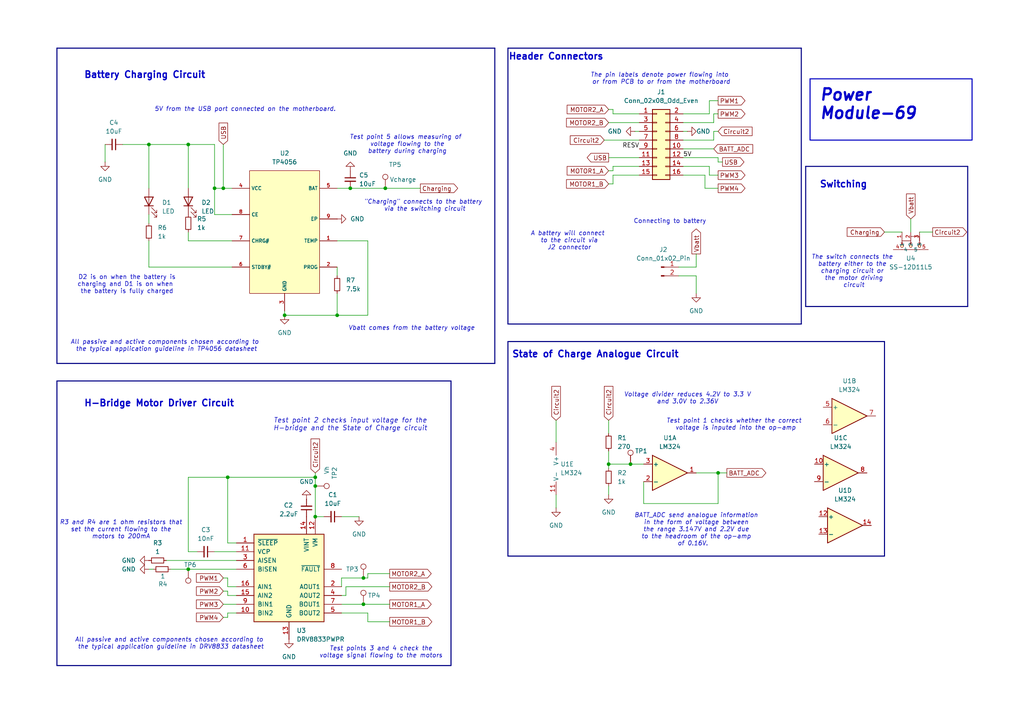
<source format=kicad_sch>
(kicad_sch
	(version 20231120)
	(generator "eeschema")
	(generator_version "8.0")
	(uuid "abd70a98-efb6-4759-a8da-394f958f38cd")
	(paper "A4")
	(title_block
		(title "Power Subsystem")
		(date "2024/03/24")
		(rev "v0")
		(company "EEE3088F")
		(comment 1 "SFRREN001")
		(comment 2 "Dimpho Sefora")
	)
	(lib_symbols
		(symbol "Amplifier_Operational:LM324"
			(pin_names
				(offset 0.127)
			)
			(exclude_from_sim no)
			(in_bom yes)
			(on_board yes)
			(property "Reference" "U"
				(at 0 5.08 0)
				(effects
					(font
						(size 1.27 1.27)
					)
					(justify left)
				)
			)
			(property "Value" "LM324"
				(at 0 -5.08 0)
				(effects
					(font
						(size 1.27 1.27)
					)
					(justify left)
				)
			)
			(property "Footprint" ""
				(at -1.27 2.54 0)
				(effects
					(font
						(size 1.27 1.27)
					)
					(hide yes)
				)
			)
			(property "Datasheet" "http://www.ti.com/lit/ds/symlink/lm2902-n.pdf"
				(at 1.27 5.08 0)
				(effects
					(font
						(size 1.27 1.27)
					)
					(hide yes)
				)
			)
			(property "Description" "Low-Power, Quad-Operational Amplifiers, DIP-14/SOIC-14/SSOP-14"
				(at 0 0 0)
				(effects
					(font
						(size 1.27 1.27)
					)
					(hide yes)
				)
			)
			(property "ki_locked" ""
				(at 0 0 0)
				(effects
					(font
						(size 1.27 1.27)
					)
				)
			)
			(property "ki_keywords" "quad opamp"
				(at 0 0 0)
				(effects
					(font
						(size 1.27 1.27)
					)
					(hide yes)
				)
			)
			(property "ki_fp_filters" "SOIC*3.9x8.7mm*P1.27mm* DIP*W7.62mm* TSSOP*4.4x5mm*P0.65mm* SSOP*5.3x6.2mm*P0.65mm* MSOP*3x3mm*P0.5mm*"
				(at 0 0 0)
				(effects
					(font
						(size 1.27 1.27)
					)
					(hide yes)
				)
			)
			(symbol "LM324_1_1"
				(polyline
					(pts
						(xy -5.08 5.08) (xy 5.08 0) (xy -5.08 -5.08) (xy -5.08 5.08)
					)
					(stroke
						(width 0.254)
						(type default)
					)
					(fill
						(type background)
					)
				)
				(pin output line
					(at 7.62 0 180)
					(length 2.54)
					(name "~"
						(effects
							(font
								(size 1.27 1.27)
							)
						)
					)
					(number "1"
						(effects
							(font
								(size 1.27 1.27)
							)
						)
					)
				)
				(pin input line
					(at -7.62 -2.54 0)
					(length 2.54)
					(name "-"
						(effects
							(font
								(size 1.27 1.27)
							)
						)
					)
					(number "2"
						(effects
							(font
								(size 1.27 1.27)
							)
						)
					)
				)
				(pin input line
					(at -7.62 2.54 0)
					(length 2.54)
					(name "+"
						(effects
							(font
								(size 1.27 1.27)
							)
						)
					)
					(number "3"
						(effects
							(font
								(size 1.27 1.27)
							)
						)
					)
				)
			)
			(symbol "LM324_2_1"
				(polyline
					(pts
						(xy -5.08 5.08) (xy 5.08 0) (xy -5.08 -5.08) (xy -5.08 5.08)
					)
					(stroke
						(width 0.254)
						(type default)
					)
					(fill
						(type background)
					)
				)
				(pin input line
					(at -7.62 2.54 0)
					(length 2.54)
					(name "+"
						(effects
							(font
								(size 1.27 1.27)
							)
						)
					)
					(number "5"
						(effects
							(font
								(size 1.27 1.27)
							)
						)
					)
				)
				(pin input line
					(at -7.62 -2.54 0)
					(length 2.54)
					(name "-"
						(effects
							(font
								(size 1.27 1.27)
							)
						)
					)
					(number "6"
						(effects
							(font
								(size 1.27 1.27)
							)
						)
					)
				)
				(pin output line
					(at 7.62 0 180)
					(length 2.54)
					(name "~"
						(effects
							(font
								(size 1.27 1.27)
							)
						)
					)
					(number "7"
						(effects
							(font
								(size 1.27 1.27)
							)
						)
					)
				)
			)
			(symbol "LM324_3_1"
				(polyline
					(pts
						(xy -5.08 5.08) (xy 5.08 0) (xy -5.08 -5.08) (xy -5.08 5.08)
					)
					(stroke
						(width 0.254)
						(type default)
					)
					(fill
						(type background)
					)
				)
				(pin input line
					(at -7.62 2.54 0)
					(length 2.54)
					(name "+"
						(effects
							(font
								(size 1.27 1.27)
							)
						)
					)
					(number "10"
						(effects
							(font
								(size 1.27 1.27)
							)
						)
					)
				)
				(pin output line
					(at 7.62 0 180)
					(length 2.54)
					(name "~"
						(effects
							(font
								(size 1.27 1.27)
							)
						)
					)
					(number "8"
						(effects
							(font
								(size 1.27 1.27)
							)
						)
					)
				)
				(pin input line
					(at -7.62 -2.54 0)
					(length 2.54)
					(name "-"
						(effects
							(font
								(size 1.27 1.27)
							)
						)
					)
					(number "9"
						(effects
							(font
								(size 1.27 1.27)
							)
						)
					)
				)
			)
			(symbol "LM324_4_1"
				(polyline
					(pts
						(xy -5.08 5.08) (xy 5.08 0) (xy -5.08 -5.08) (xy -5.08 5.08)
					)
					(stroke
						(width 0.254)
						(type default)
					)
					(fill
						(type background)
					)
				)
				(pin input line
					(at -7.62 2.54 0)
					(length 2.54)
					(name "+"
						(effects
							(font
								(size 1.27 1.27)
							)
						)
					)
					(number "12"
						(effects
							(font
								(size 1.27 1.27)
							)
						)
					)
				)
				(pin input line
					(at -7.62 -2.54 0)
					(length 2.54)
					(name "-"
						(effects
							(font
								(size 1.27 1.27)
							)
						)
					)
					(number "13"
						(effects
							(font
								(size 1.27 1.27)
							)
						)
					)
				)
				(pin output line
					(at 7.62 0 180)
					(length 2.54)
					(name "~"
						(effects
							(font
								(size 1.27 1.27)
							)
						)
					)
					(number "14"
						(effects
							(font
								(size 1.27 1.27)
							)
						)
					)
				)
			)
			(symbol "LM324_5_1"
				(pin power_in line
					(at -2.54 -7.62 90)
					(length 3.81)
					(name "V-"
						(effects
							(font
								(size 1.27 1.27)
							)
						)
					)
					(number "11"
						(effects
							(font
								(size 1.27 1.27)
							)
						)
					)
				)
				(pin power_in line
					(at -2.54 7.62 270)
					(length 3.81)
					(name "V+"
						(effects
							(font
								(size 1.27 1.27)
							)
						)
					)
					(number "4"
						(effects
							(font
								(size 1.27 1.27)
							)
						)
					)
				)
			)
		)
		(symbol "Connector:Conn_01x02_Pin"
			(pin_names
				(offset 1.016) hide)
			(exclude_from_sim no)
			(in_bom yes)
			(on_board yes)
			(property "Reference" "J"
				(at 0 2.54 0)
				(effects
					(font
						(size 1.27 1.27)
					)
				)
			)
			(property "Value" "Conn_01x02_Pin"
				(at 0 -5.08 0)
				(effects
					(font
						(size 1.27 1.27)
					)
				)
			)
			(property "Footprint" ""
				(at 0 0 0)
				(effects
					(font
						(size 1.27 1.27)
					)
					(hide yes)
				)
			)
			(property "Datasheet" "~"
				(at 0 0 0)
				(effects
					(font
						(size 1.27 1.27)
					)
					(hide yes)
				)
			)
			(property "Description" "Generic connector, single row, 01x02, script generated"
				(at 0 0 0)
				(effects
					(font
						(size 1.27 1.27)
					)
					(hide yes)
				)
			)
			(property "ki_locked" ""
				(at 0 0 0)
				(effects
					(font
						(size 1.27 1.27)
					)
				)
			)
			(property "ki_keywords" "connector"
				(at 0 0 0)
				(effects
					(font
						(size 1.27 1.27)
					)
					(hide yes)
				)
			)
			(property "ki_fp_filters" "Connector*:*_1x??_*"
				(at 0 0 0)
				(effects
					(font
						(size 1.27 1.27)
					)
					(hide yes)
				)
			)
			(symbol "Conn_01x02_Pin_1_1"
				(polyline
					(pts
						(xy 1.27 -2.54) (xy 0.8636 -2.54)
					)
					(stroke
						(width 0.1524)
						(type default)
					)
					(fill
						(type none)
					)
				)
				(polyline
					(pts
						(xy 1.27 0) (xy 0.8636 0)
					)
					(stroke
						(width 0.1524)
						(type default)
					)
					(fill
						(type none)
					)
				)
				(rectangle
					(start 0.8636 -2.413)
					(end 0 -2.667)
					(stroke
						(width 0.1524)
						(type default)
					)
					(fill
						(type outline)
					)
				)
				(rectangle
					(start 0.8636 0.127)
					(end 0 -0.127)
					(stroke
						(width 0.1524)
						(type default)
					)
					(fill
						(type outline)
					)
				)
				(pin passive line
					(at 5.08 0 180)
					(length 3.81)
					(name "Pin_1"
						(effects
							(font
								(size 1.27 1.27)
							)
						)
					)
					(number "1"
						(effects
							(font
								(size 1.27 1.27)
							)
						)
					)
				)
				(pin passive line
					(at 5.08 -2.54 180)
					(length 3.81)
					(name "Pin_2"
						(effects
							(font
								(size 1.27 1.27)
							)
						)
					)
					(number "2"
						(effects
							(font
								(size 1.27 1.27)
							)
						)
					)
				)
			)
		)
		(symbol "Connector:TestPoint"
			(pin_numbers hide)
			(pin_names
				(offset 0.762) hide)
			(exclude_from_sim no)
			(in_bom yes)
			(on_board yes)
			(property "Reference" "TP"
				(at 0 6.858 0)
				(effects
					(font
						(size 1.27 1.27)
					)
				)
			)
			(property "Value" "TestPoint"
				(at 0 5.08 0)
				(effects
					(font
						(size 1.27 1.27)
					)
				)
			)
			(property "Footprint" ""
				(at 5.08 0 0)
				(effects
					(font
						(size 1.27 1.27)
					)
					(hide yes)
				)
			)
			(property "Datasheet" "~"
				(at 5.08 0 0)
				(effects
					(font
						(size 1.27 1.27)
					)
					(hide yes)
				)
			)
			(property "Description" "test point"
				(at 0 0 0)
				(effects
					(font
						(size 1.27 1.27)
					)
					(hide yes)
				)
			)
			(property "ki_keywords" "test point tp"
				(at 0 0 0)
				(effects
					(font
						(size 1.27 1.27)
					)
					(hide yes)
				)
			)
			(property "ki_fp_filters" "Pin* Test*"
				(at 0 0 0)
				(effects
					(font
						(size 1.27 1.27)
					)
					(hide yes)
				)
			)
			(symbol "TestPoint_0_1"
				(circle
					(center 0 3.302)
					(radius 0.762)
					(stroke
						(width 0)
						(type default)
					)
					(fill
						(type none)
					)
				)
			)
			(symbol "TestPoint_1_1"
				(pin passive line
					(at 0 0 90)
					(length 2.54)
					(name "1"
						(effects
							(font
								(size 1.27 1.27)
							)
						)
					)
					(number "1"
						(effects
							(font
								(size 1.27 1.27)
							)
						)
					)
				)
			)
		)
		(symbol "Connector_Generic:Conn_02x08_Odd_Even"
			(pin_names
				(offset 1.016) hide)
			(exclude_from_sim no)
			(in_bom yes)
			(on_board yes)
			(property "Reference" "J"
				(at 1.27 10.16 0)
				(effects
					(font
						(size 1.27 1.27)
					)
				)
			)
			(property "Value" "Conn_02x08_Odd_Even"
				(at 1.27 -12.7 0)
				(effects
					(font
						(size 1.27 1.27)
					)
				)
			)
			(property "Footprint" ""
				(at 0 0 0)
				(effects
					(font
						(size 1.27 1.27)
					)
					(hide yes)
				)
			)
			(property "Datasheet" "~"
				(at 0 0 0)
				(effects
					(font
						(size 1.27 1.27)
					)
					(hide yes)
				)
			)
			(property "Description" "Generic connector, double row, 02x08, odd/even pin numbering scheme (row 1 odd numbers, row 2 even numbers), script generated (kicad-library-utils/schlib/autogen/connector/)"
				(at 0 0 0)
				(effects
					(font
						(size 1.27 1.27)
					)
					(hide yes)
				)
			)
			(property "ki_keywords" "connector"
				(at 0 0 0)
				(effects
					(font
						(size 1.27 1.27)
					)
					(hide yes)
				)
			)
			(property "ki_fp_filters" "Connector*:*_2x??_*"
				(at 0 0 0)
				(effects
					(font
						(size 1.27 1.27)
					)
					(hide yes)
				)
			)
			(symbol "Conn_02x08_Odd_Even_1_1"
				(rectangle
					(start -1.27 -10.033)
					(end 0 -10.287)
					(stroke
						(width 0.1524)
						(type default)
					)
					(fill
						(type none)
					)
				)
				(rectangle
					(start -1.27 -7.493)
					(end 0 -7.747)
					(stroke
						(width 0.1524)
						(type default)
					)
					(fill
						(type none)
					)
				)
				(rectangle
					(start -1.27 -4.953)
					(end 0 -5.207)
					(stroke
						(width 0.1524)
						(type default)
					)
					(fill
						(type none)
					)
				)
				(rectangle
					(start -1.27 -2.413)
					(end 0 -2.667)
					(stroke
						(width 0.1524)
						(type default)
					)
					(fill
						(type none)
					)
				)
				(rectangle
					(start -1.27 0.127)
					(end 0 -0.127)
					(stroke
						(width 0.1524)
						(type default)
					)
					(fill
						(type none)
					)
				)
				(rectangle
					(start -1.27 2.667)
					(end 0 2.413)
					(stroke
						(width 0.1524)
						(type default)
					)
					(fill
						(type none)
					)
				)
				(rectangle
					(start -1.27 5.207)
					(end 0 4.953)
					(stroke
						(width 0.1524)
						(type default)
					)
					(fill
						(type none)
					)
				)
				(rectangle
					(start -1.27 7.747)
					(end 0 7.493)
					(stroke
						(width 0.1524)
						(type default)
					)
					(fill
						(type none)
					)
				)
				(rectangle
					(start -1.27 8.89)
					(end 3.81 -11.43)
					(stroke
						(width 0.254)
						(type default)
					)
					(fill
						(type background)
					)
				)
				(rectangle
					(start 3.81 -10.033)
					(end 2.54 -10.287)
					(stroke
						(width 0.1524)
						(type default)
					)
					(fill
						(type none)
					)
				)
				(rectangle
					(start 3.81 -7.493)
					(end 2.54 -7.747)
					(stroke
						(width 0.1524)
						(type default)
					)
					(fill
						(type none)
					)
				)
				(rectangle
					(start 3.81 -4.953)
					(end 2.54 -5.207)
					(stroke
						(width 0.1524)
						(type default)
					)
					(fill
						(type none)
					)
				)
				(rectangle
					(start 3.81 -2.413)
					(end 2.54 -2.667)
					(stroke
						(width 0.1524)
						(type default)
					)
					(fill
						(type none)
					)
				)
				(rectangle
					(start 3.81 0.127)
					(end 2.54 -0.127)
					(stroke
						(width 0.1524)
						(type default)
					)
					(fill
						(type none)
					)
				)
				(rectangle
					(start 3.81 2.667)
					(end 2.54 2.413)
					(stroke
						(width 0.1524)
						(type default)
					)
					(fill
						(type none)
					)
				)
				(rectangle
					(start 3.81 5.207)
					(end 2.54 4.953)
					(stroke
						(width 0.1524)
						(type default)
					)
					(fill
						(type none)
					)
				)
				(rectangle
					(start 3.81 7.747)
					(end 2.54 7.493)
					(stroke
						(width 0.1524)
						(type default)
					)
					(fill
						(type none)
					)
				)
				(pin passive line
					(at -5.08 7.62 0)
					(length 3.81)
					(name "Pin_1"
						(effects
							(font
								(size 1.27 1.27)
							)
						)
					)
					(number "1"
						(effects
							(font
								(size 1.27 1.27)
							)
						)
					)
				)
				(pin passive line
					(at 7.62 -2.54 180)
					(length 3.81)
					(name "Pin_10"
						(effects
							(font
								(size 1.27 1.27)
							)
						)
					)
					(number "10"
						(effects
							(font
								(size 1.27 1.27)
							)
						)
					)
				)
				(pin passive line
					(at -5.08 -5.08 0)
					(length 3.81)
					(name "Pin_11"
						(effects
							(font
								(size 1.27 1.27)
							)
						)
					)
					(number "11"
						(effects
							(font
								(size 1.27 1.27)
							)
						)
					)
				)
				(pin passive line
					(at 7.62 -5.08 180)
					(length 3.81)
					(name "Pin_12"
						(effects
							(font
								(size 1.27 1.27)
							)
						)
					)
					(number "12"
						(effects
							(font
								(size 1.27 1.27)
							)
						)
					)
				)
				(pin passive line
					(at -5.08 -7.62 0)
					(length 3.81)
					(name "Pin_13"
						(effects
							(font
								(size 1.27 1.27)
							)
						)
					)
					(number "13"
						(effects
							(font
								(size 1.27 1.27)
							)
						)
					)
				)
				(pin passive line
					(at 7.62 -7.62 180)
					(length 3.81)
					(name "Pin_14"
						(effects
							(font
								(size 1.27 1.27)
							)
						)
					)
					(number "14"
						(effects
							(font
								(size 1.27 1.27)
							)
						)
					)
				)
				(pin passive line
					(at -5.08 -10.16 0)
					(length 3.81)
					(name "Pin_15"
						(effects
							(font
								(size 1.27 1.27)
							)
						)
					)
					(number "15"
						(effects
							(font
								(size 1.27 1.27)
							)
						)
					)
				)
				(pin passive line
					(at 7.62 -10.16 180)
					(length 3.81)
					(name "Pin_16"
						(effects
							(font
								(size 1.27 1.27)
							)
						)
					)
					(number "16"
						(effects
							(font
								(size 1.27 1.27)
							)
						)
					)
				)
				(pin passive line
					(at 7.62 7.62 180)
					(length 3.81)
					(name "Pin_2"
						(effects
							(font
								(size 1.27 1.27)
							)
						)
					)
					(number "2"
						(effects
							(font
								(size 1.27 1.27)
							)
						)
					)
				)
				(pin passive line
					(at -5.08 5.08 0)
					(length 3.81)
					(name "Pin_3"
						(effects
							(font
								(size 1.27 1.27)
							)
						)
					)
					(number "3"
						(effects
							(font
								(size 1.27 1.27)
							)
						)
					)
				)
				(pin passive line
					(at 7.62 5.08 180)
					(length 3.81)
					(name "Pin_4"
						(effects
							(font
								(size 1.27 1.27)
							)
						)
					)
					(number "4"
						(effects
							(font
								(size 1.27 1.27)
							)
						)
					)
				)
				(pin passive line
					(at -5.08 2.54 0)
					(length 3.81)
					(name "Pin_5"
						(effects
							(font
								(size 1.27 1.27)
							)
						)
					)
					(number "5"
						(effects
							(font
								(size 1.27 1.27)
							)
						)
					)
				)
				(pin passive line
					(at 7.62 2.54 180)
					(length 3.81)
					(name "Pin_6"
						(effects
							(font
								(size 1.27 1.27)
							)
						)
					)
					(number "6"
						(effects
							(font
								(size 1.27 1.27)
							)
						)
					)
				)
				(pin passive line
					(at -5.08 0 0)
					(length 3.81)
					(name "Pin_7"
						(effects
							(font
								(size 1.27 1.27)
							)
						)
					)
					(number "7"
						(effects
							(font
								(size 1.27 1.27)
							)
						)
					)
				)
				(pin passive line
					(at 7.62 0 180)
					(length 3.81)
					(name "Pin_8"
						(effects
							(font
								(size 1.27 1.27)
							)
						)
					)
					(number "8"
						(effects
							(font
								(size 1.27 1.27)
							)
						)
					)
				)
				(pin passive line
					(at -5.08 -2.54 0)
					(length 3.81)
					(name "Pin_9"
						(effects
							(font
								(size 1.27 1.27)
							)
						)
					)
					(number "9"
						(effects
							(font
								(size 1.27 1.27)
							)
						)
					)
				)
			)
		)
		(symbol "Device:C_Small"
			(pin_numbers hide)
			(pin_names
				(offset 0.254) hide)
			(exclude_from_sim no)
			(in_bom yes)
			(on_board yes)
			(property "Reference" "C"
				(at 0.254 1.778 0)
				(effects
					(font
						(size 1.27 1.27)
					)
					(justify left)
				)
			)
			(property "Value" "C_Small"
				(at 0.254 -2.032 0)
				(effects
					(font
						(size 1.27 1.27)
					)
					(justify left)
				)
			)
			(property "Footprint" ""
				(at 0 0 0)
				(effects
					(font
						(size 1.27 1.27)
					)
					(hide yes)
				)
			)
			(property "Datasheet" "~"
				(at 0 0 0)
				(effects
					(font
						(size 1.27 1.27)
					)
					(hide yes)
				)
			)
			(property "Description" "Unpolarized capacitor, small symbol"
				(at 0 0 0)
				(effects
					(font
						(size 1.27 1.27)
					)
					(hide yes)
				)
			)
			(property "ki_keywords" "capacitor cap"
				(at 0 0 0)
				(effects
					(font
						(size 1.27 1.27)
					)
					(hide yes)
				)
			)
			(property "ki_fp_filters" "C_*"
				(at 0 0 0)
				(effects
					(font
						(size 1.27 1.27)
					)
					(hide yes)
				)
			)
			(symbol "C_Small_0_1"
				(polyline
					(pts
						(xy -1.524 -0.508) (xy 1.524 -0.508)
					)
					(stroke
						(width 0.3302)
						(type default)
					)
					(fill
						(type none)
					)
				)
				(polyline
					(pts
						(xy -1.524 0.508) (xy 1.524 0.508)
					)
					(stroke
						(width 0.3048)
						(type default)
					)
					(fill
						(type none)
					)
				)
			)
			(symbol "C_Small_1_1"
				(pin passive line
					(at 0 2.54 270)
					(length 2.032)
					(name "~"
						(effects
							(font
								(size 1.27 1.27)
							)
						)
					)
					(number "1"
						(effects
							(font
								(size 1.27 1.27)
							)
						)
					)
				)
				(pin passive line
					(at 0 -2.54 90)
					(length 2.032)
					(name "~"
						(effects
							(font
								(size 1.27 1.27)
							)
						)
					)
					(number "2"
						(effects
							(font
								(size 1.27 1.27)
							)
						)
					)
				)
			)
		)
		(symbol "Device:LED"
			(pin_numbers hide)
			(pin_names
				(offset 1.016) hide)
			(exclude_from_sim no)
			(in_bom yes)
			(on_board yes)
			(property "Reference" "D"
				(at 0 2.54 0)
				(effects
					(font
						(size 1.27 1.27)
					)
				)
			)
			(property "Value" "LED"
				(at 0 -2.54 0)
				(effects
					(font
						(size 1.27 1.27)
					)
				)
			)
			(property "Footprint" ""
				(at 0 0 0)
				(effects
					(font
						(size 1.27 1.27)
					)
					(hide yes)
				)
			)
			(property "Datasheet" "~"
				(at 0 0 0)
				(effects
					(font
						(size 1.27 1.27)
					)
					(hide yes)
				)
			)
			(property "Description" "Light emitting diode"
				(at 0 0 0)
				(effects
					(font
						(size 1.27 1.27)
					)
					(hide yes)
				)
			)
			(property "ki_keywords" "LED diode"
				(at 0 0 0)
				(effects
					(font
						(size 1.27 1.27)
					)
					(hide yes)
				)
			)
			(property "ki_fp_filters" "LED* LED_SMD:* LED_THT:*"
				(at 0 0 0)
				(effects
					(font
						(size 1.27 1.27)
					)
					(hide yes)
				)
			)
			(symbol "LED_0_1"
				(polyline
					(pts
						(xy -1.27 -1.27) (xy -1.27 1.27)
					)
					(stroke
						(width 0.254)
						(type default)
					)
					(fill
						(type none)
					)
				)
				(polyline
					(pts
						(xy -1.27 0) (xy 1.27 0)
					)
					(stroke
						(width 0)
						(type default)
					)
					(fill
						(type none)
					)
				)
				(polyline
					(pts
						(xy 1.27 -1.27) (xy 1.27 1.27) (xy -1.27 0) (xy 1.27 -1.27)
					)
					(stroke
						(width 0.254)
						(type default)
					)
					(fill
						(type none)
					)
				)
				(polyline
					(pts
						(xy -3.048 -0.762) (xy -4.572 -2.286) (xy -3.81 -2.286) (xy -4.572 -2.286) (xy -4.572 -1.524)
					)
					(stroke
						(width 0)
						(type default)
					)
					(fill
						(type none)
					)
				)
				(polyline
					(pts
						(xy -1.778 -0.762) (xy -3.302 -2.286) (xy -2.54 -2.286) (xy -3.302 -2.286) (xy -3.302 -1.524)
					)
					(stroke
						(width 0)
						(type default)
					)
					(fill
						(type none)
					)
				)
			)
			(symbol "LED_1_1"
				(pin passive line
					(at -3.81 0 0)
					(length 2.54)
					(name "K"
						(effects
							(font
								(size 1.27 1.27)
							)
						)
					)
					(number "1"
						(effects
							(font
								(size 1.27 1.27)
							)
						)
					)
				)
				(pin passive line
					(at 3.81 0 180)
					(length 2.54)
					(name "A"
						(effects
							(font
								(size 1.27 1.27)
							)
						)
					)
					(number "2"
						(effects
							(font
								(size 1.27 1.27)
							)
						)
					)
				)
			)
		)
		(symbol "Device:R_Small"
			(pin_numbers hide)
			(pin_names
				(offset 0.254) hide)
			(exclude_from_sim no)
			(in_bom yes)
			(on_board yes)
			(property "Reference" "R"
				(at 0.762 0.508 0)
				(effects
					(font
						(size 1.27 1.27)
					)
					(justify left)
				)
			)
			(property "Value" "R_Small"
				(at 0.762 -1.016 0)
				(effects
					(font
						(size 1.27 1.27)
					)
					(justify left)
				)
			)
			(property "Footprint" ""
				(at 0 0 0)
				(effects
					(font
						(size 1.27 1.27)
					)
					(hide yes)
				)
			)
			(property "Datasheet" "~"
				(at 0 0 0)
				(effects
					(font
						(size 1.27 1.27)
					)
					(hide yes)
				)
			)
			(property "Description" "Resistor, small symbol"
				(at 0 0 0)
				(effects
					(font
						(size 1.27 1.27)
					)
					(hide yes)
				)
			)
			(property "ki_keywords" "R resistor"
				(at 0 0 0)
				(effects
					(font
						(size 1.27 1.27)
					)
					(hide yes)
				)
			)
			(property "ki_fp_filters" "R_*"
				(at 0 0 0)
				(effects
					(font
						(size 1.27 1.27)
					)
					(hide yes)
				)
			)
			(symbol "R_Small_0_1"
				(rectangle
					(start -0.762 1.778)
					(end 0.762 -1.778)
					(stroke
						(width 0.2032)
						(type default)
					)
					(fill
						(type none)
					)
				)
			)
			(symbol "R_Small_1_1"
				(pin passive line
					(at 0 2.54 270)
					(length 0.762)
					(name "~"
						(effects
							(font
								(size 1.27 1.27)
							)
						)
					)
					(number "1"
						(effects
							(font
								(size 1.27 1.27)
							)
						)
					)
				)
				(pin passive line
					(at 0 -2.54 90)
					(length 0.762)
					(name "~"
						(effects
							(font
								(size 1.27 1.27)
							)
						)
					)
					(number "2"
						(effects
							(font
								(size 1.27 1.27)
							)
						)
					)
				)
			)
		)
		(symbol "Driver_Motor:DRV8833PWP"
			(pin_names
				(offset 1.016)
			)
			(exclude_from_sim no)
			(in_bom yes)
			(on_board yes)
			(property "Reference" "U"
				(at -3.81 16.51 0)
				(effects
					(font
						(size 1.27 1.27)
					)
				)
			)
			(property "Value" "DRV8833PWP"
				(at -3.81 13.97 0)
				(effects
					(font
						(size 1.27 1.27)
					)
				)
			)
			(property "Footprint" "Package_SO:HTSSOP-16-1EP_4.4x5mm_P0.65mm_EP3.4x5mm_Mask2.46x2.31mm_ThermalVias"
				(at 5.08 -15.24 0)
				(effects
					(font
						(size 1.27 1.27)
					)
					(justify left)
					(hide yes)
				)
			)
			(property "Datasheet" "http://www.ti.com/lit/ds/symlink/drv8833.pdf"
				(at 5.08 -17.78 0)
				(effects
					(font
						(size 1.27 1.27)
					)
					(justify left)
					(hide yes)
				)
			)
			(property "Description" "Dual H-Bridge Motor Driver, HTSSOP-16"
				(at 0 0 0)
				(effects
					(font
						(size 1.27 1.27)
					)
					(hide yes)
				)
			)
			(property "ki_keywords" "H-bridge motor driver"
				(at 0 0 0)
				(effects
					(font
						(size 1.27 1.27)
					)
					(hide yes)
				)
			)
			(property "ki_fp_filters" "HTSSOP-16-1EP*4.4x5mm*P0.65mm*"
				(at 0 0 0)
				(effects
					(font
						(size 1.27 1.27)
					)
					(hide yes)
				)
			)
			(symbol "DRV8833PWP_0_1"
				(rectangle
					(start -10.16 12.7)
					(end 10.16 -12.7)
					(stroke
						(width 0.254)
						(type default)
					)
					(fill
						(type background)
					)
				)
			)
			(symbol "DRV8833PWP_1_1"
				(pin input line
					(at -15.24 10.16 0)
					(length 5.08)
					(name "~{SLEEP}"
						(effects
							(font
								(size 1.27 1.27)
							)
						)
					)
					(number "1"
						(effects
							(font
								(size 1.27 1.27)
							)
						)
					)
				)
				(pin input line
					(at -15.24 -10.16 0)
					(length 5.08)
					(name "BIN2"
						(effects
							(font
								(size 1.27 1.27)
							)
						)
					)
					(number "10"
						(effects
							(font
								(size 1.27 1.27)
							)
						)
					)
				)
				(pin bidirectional line
					(at -15.24 7.62 0)
					(length 5.08)
					(name "VCP"
						(effects
							(font
								(size 1.27 1.27)
							)
						)
					)
					(number "11"
						(effects
							(font
								(size 1.27 1.27)
							)
						)
					)
				)
				(pin power_in line
					(at 7.62 17.78 270)
					(length 5.08)
					(name "VM"
						(effects
							(font
								(size 1.27 1.27)
							)
						)
					)
					(number "12"
						(effects
							(font
								(size 1.27 1.27)
							)
						)
					)
				)
				(pin power_in line
					(at 0 -17.78 90)
					(length 5.08)
					(name "GND"
						(effects
							(font
								(size 1.27 1.27)
							)
						)
					)
					(number "13"
						(effects
							(font
								(size 1.27 1.27)
							)
						)
					)
				)
				(pin power_in line
					(at 5.08 17.78 270)
					(length 5.08)
					(name "VINT"
						(effects
							(font
								(size 1.27 1.27)
							)
						)
					)
					(number "14"
						(effects
							(font
								(size 1.27 1.27)
							)
						)
					)
				)
				(pin input line
					(at -15.24 -5.08 0)
					(length 5.08)
					(name "AIN2"
						(effects
							(font
								(size 1.27 1.27)
							)
						)
					)
					(number "15"
						(effects
							(font
								(size 1.27 1.27)
							)
						)
					)
				)
				(pin input line
					(at -15.24 -2.54 0)
					(length 5.08)
					(name "AIN1"
						(effects
							(font
								(size 1.27 1.27)
							)
						)
					)
					(number "16"
						(effects
							(font
								(size 1.27 1.27)
							)
						)
					)
				)
				(pin passive line
					(at 0 -17.78 90)
					(length 5.08) hide
					(name "GND"
						(effects
							(font
								(size 1.27 1.27)
							)
						)
					)
					(number "17"
						(effects
							(font
								(size 1.27 1.27)
							)
						)
					)
				)
				(pin power_out line
					(at 15.24 -2.54 180)
					(length 5.08)
					(name "AOUT1"
						(effects
							(font
								(size 1.27 1.27)
							)
						)
					)
					(number "2"
						(effects
							(font
								(size 1.27 1.27)
							)
						)
					)
				)
				(pin bidirectional line
					(at -15.24 5.08 0)
					(length 5.08)
					(name "AISEN"
						(effects
							(font
								(size 1.27 1.27)
							)
						)
					)
					(number "3"
						(effects
							(font
								(size 1.27 1.27)
							)
						)
					)
				)
				(pin power_out line
					(at 15.24 -5.08 180)
					(length 5.08)
					(name "AOUT2"
						(effects
							(font
								(size 1.27 1.27)
							)
						)
					)
					(number "4"
						(effects
							(font
								(size 1.27 1.27)
							)
						)
					)
				)
				(pin power_out line
					(at 15.24 -10.16 180)
					(length 5.08)
					(name "BOUT2"
						(effects
							(font
								(size 1.27 1.27)
							)
						)
					)
					(number "5"
						(effects
							(font
								(size 1.27 1.27)
							)
						)
					)
				)
				(pin bidirectional line
					(at -15.24 2.54 0)
					(length 5.08)
					(name "BISEN"
						(effects
							(font
								(size 1.27 1.27)
							)
						)
					)
					(number "6"
						(effects
							(font
								(size 1.27 1.27)
							)
						)
					)
				)
				(pin power_out line
					(at 15.24 -7.62 180)
					(length 5.08)
					(name "BOUT1"
						(effects
							(font
								(size 1.27 1.27)
							)
						)
					)
					(number "7"
						(effects
							(font
								(size 1.27 1.27)
							)
						)
					)
				)
				(pin open_collector line
					(at 15.24 2.54 180)
					(length 5.08)
					(name "~{FAULT}"
						(effects
							(font
								(size 1.27 1.27)
							)
						)
					)
					(number "8"
						(effects
							(font
								(size 1.27 1.27)
							)
						)
					)
				)
				(pin input line
					(at -15.24 -7.62 0)
					(length 5.08)
					(name "BIN1"
						(effects
							(font
								(size 1.27 1.27)
							)
						)
					)
					(number "9"
						(effects
							(font
								(size 1.27 1.27)
							)
						)
					)
				)
			)
		)
		(symbol "SS-12D11L5:SS-12D11L5"
			(exclude_from_sim no)
			(in_bom yes)
			(on_board yes)
			(property "Reference" "U"
				(at 0 1.27 0)
				(effects
					(font
						(size 1.27 1.27)
					)
				)
			)
			(property "Value" "SS-12D11L5"
				(at 0 -2.54 0)
				(effects
					(font
						(size 1.27 1.27)
					)
				)
			)
			(property "Footprint" "footprint:SW-TH_SS-12D11L5"
				(at 0 -10.16 0)
				(effects
					(font
						(size 1.27 1.27)
						(italic yes)
					)
					(hide yes)
				)
			)
			(property "Datasheet" "https://item.szlcsc.com/300102.html"
				(at -2.286 0.127 0)
				(effects
					(font
						(size 1.27 1.27)
					)
					(justify left)
					(hide yes)
				)
			)
			(property "Description" ""
				(at 0 0 0)
				(effects
					(font
						(size 1.27 1.27)
					)
					(hide yes)
				)
			)
			(property "LCSC" "C319010"
				(at 0 0 0)
				(effects
					(font
						(size 1.27 1.27)
					)
					(hide yes)
				)
			)
			(property "ki_keywords" "C319010"
				(at 0 0 0)
				(effects
					(font
						(size 1.27 1.27)
					)
					(hide yes)
				)
			)
			(symbol "SS-12D11L5_0_1"
				(circle
					(center -2.54 1.016)
					(radius 0.381)
					(stroke
						(width 0)
						(type default)
					)
					(fill
						(type background)
					)
				)
				(polyline
					(pts
						(xy -2.54 0) (xy 2.54 0)
					)
					(stroke
						(width 0)
						(type default)
					)
					(fill
						(type none)
					)
				)
				(polyline
					(pts
						(xy -2.54 1.524) (xy -2.794 2.032)
					)
					(stroke
						(width 0)
						(type default)
					)
					(fill
						(type none)
					)
				)
				(polyline
					(pts
						(xy -2.54 1.524) (xy -2.286 2.032)
					)
					(stroke
						(width 0)
						(type default)
					)
					(fill
						(type none)
					)
				)
				(polyline
					(pts
						(xy 0 1.524) (xy -0.254 2.032)
					)
					(stroke
						(width 0)
						(type default)
					)
					(fill
						(type none)
					)
				)
				(polyline
					(pts
						(xy 2.54 1.524) (xy 2.286 2.032)
					)
					(stroke
						(width 0)
						(type default)
					)
					(fill
						(type none)
					)
				)
				(polyline
					(pts
						(xy -2.54 1.524) (xy -2.54 2.54) (xy 0 2.54) (xy 0 1.524) (xy 0.254 2.032)
					)
					(stroke
						(width 0)
						(type default)
					)
					(fill
						(type none)
					)
				)
				(polyline
					(pts
						(xy 0 2.54) (xy 0 3.81) (xy 2.54 3.81) (xy 2.54 1.524) (xy 2.794 2.032)
					)
					(stroke
						(width 0)
						(type default)
					)
					(fill
						(type none)
					)
				)
				(circle
					(center 0 1.016)
					(radius 0.381)
					(stroke
						(width 0)
						(type default)
					)
					(fill
						(type background)
					)
				)
				(circle
					(center 2.54 1.016)
					(radius 0.381)
					(stroke
						(width 0)
						(type default)
					)
					(fill
						(type background)
					)
				)
				(pin unspecified line
					(at -2.54 5.08 270)
					(length 2.54)
					(name "1"
						(effects
							(font
								(size 1 1)
							)
						)
					)
					(number "1"
						(effects
							(font
								(size 1 1)
							)
						)
					)
				)
				(pin unspecified line
					(at 0 5.08 270)
					(length 2.54)
					(name "2"
						(effects
							(font
								(size 1 1)
							)
						)
					)
					(number "2"
						(effects
							(font
								(size 1 1)
							)
						)
					)
				)
				(pin unspecified line
					(at 2.54 5.08 270)
					(length 2.54)
					(name "3"
						(effects
							(font
								(size 1 1)
							)
						)
					)
					(number "3"
						(effects
							(font
								(size 1 1)
							)
						)
					)
				)
				(pin unspecified line
					(at -5.08 0 0)
					(length 2.54)
					(name "4"
						(effects
							(font
								(size 1 1)
							)
						)
					)
					(number "4"
						(effects
							(font
								(size 1 1)
							)
						)
					)
				)
				(pin unspecified line
					(at 5.08 0 180)
					(length 2.54)
					(name "5"
						(effects
							(font
								(size 1 1)
							)
						)
					)
					(number "5"
						(effects
							(font
								(size 1 1)
							)
						)
					)
				)
			)
		)
		(symbol "TP4056:TP4056"
			(exclude_from_sim no)
			(in_bom yes)
			(on_board yes)
			(property "Reference" "U"
				(at 0 1.27 0)
				(effects
					(font
						(size 1.27 1.27)
					)
				)
			)
			(property "Value" "TP4056"
				(at 0 -2.54 0)
				(effects
					(font
						(size 1.27 1.27)
					)
				)
			)
			(property "Footprint" "footprint:ESOP-8_L4.9-W3.9-P1.27-LS6.0-BL-EP"
				(at 0 -10.16 0)
				(effects
					(font
						(size 1.27 1.27)
						(italic yes)
					)
					(hide yes)
				)
			)
			(property "Datasheet" "https://www.mornsun.cn/html/pdf/SCM1501B.html"
				(at -2.286 0.127 0)
				(effects
					(font
						(size 1.27 1.27)
					)
					(justify left)
					(hide yes)
				)
			)
			(property "Description" ""
				(at 0 0 0)
				(effects
					(font
						(size 1.27 1.27)
					)
					(hide yes)
				)
			)
			(property "LCSC" "C16581"
				(at 0 0 0)
				(effects
					(font
						(size 1.27 1.27)
					)
					(hide yes)
				)
			)
			(property "ki_keywords" "C16581"
				(at 0 0 0)
				(effects
					(font
						(size 1.27 1.27)
					)
					(hide yes)
				)
			)
			(symbol "TP4056_0_1"
				(rectangle
					(start -10.16 20.32)
					(end 10.16 -15.24)
					(stroke
						(width 0)
						(type default)
					)
					(fill
						(type background)
					)
				)
				(pin unspecified line
					(at 15.24 0 180)
					(length 5.08)
					(name "TEMP"
						(effects
							(font
								(size 1 1)
							)
						)
					)
					(number "1"
						(effects
							(font
								(size 1 1)
							)
						)
					)
				)
				(pin unspecified line
					(at 15.24 -7.62 180)
					(length 5.08)
					(name "PROG"
						(effects
							(font
								(size 1 1)
							)
						)
					)
					(number "2"
						(effects
							(font
								(size 1 1)
							)
						)
					)
				)
				(pin unspecified line
					(at 0 -20.32 90)
					(length 5.08)
					(name "GND"
						(effects
							(font
								(size 1 1)
							)
						)
					)
					(number "3"
						(effects
							(font
								(size 1 1)
							)
						)
					)
				)
				(pin unspecified line
					(at -15.24 15.24 0)
					(length 5.08)
					(name "VCC"
						(effects
							(font
								(size 1 1)
							)
						)
					)
					(number "4"
						(effects
							(font
								(size 1 1)
							)
						)
					)
				)
				(pin unspecified line
					(at 15.24 15.24 180)
					(length 5.08)
					(name "BAT"
						(effects
							(font
								(size 1 1)
							)
						)
					)
					(number "5"
						(effects
							(font
								(size 1 1)
							)
						)
					)
				)
				(pin unspecified line
					(at -15.24 -7.62 0)
					(length 5.08)
					(name "STDBY#"
						(effects
							(font
								(size 1 1)
							)
						)
					)
					(number "6"
						(effects
							(font
								(size 1 1)
							)
						)
					)
				)
				(pin unspecified line
					(at -15.24 0 0)
					(length 5.08)
					(name "CHRG#"
						(effects
							(font
								(size 1 1)
							)
						)
					)
					(number "7"
						(effects
							(font
								(size 1 1)
							)
						)
					)
				)
				(pin unspecified line
					(at -15.24 7.62 0)
					(length 5.08)
					(name "CE"
						(effects
							(font
								(size 1 1)
							)
						)
					)
					(number "8"
						(effects
							(font
								(size 1 1)
							)
						)
					)
				)
				(pin unspecified line
					(at 15.24 6.35 180)
					(length 5.08)
					(name "EP"
						(effects
							(font
								(size 1 1)
							)
						)
					)
					(number "9"
						(effects
							(font
								(size 1 1)
							)
						)
					)
				)
			)
		)
		(symbol "power:GND"
			(power)
			(pin_numbers hide)
			(pin_names
				(offset 0) hide)
			(exclude_from_sim no)
			(in_bom yes)
			(on_board yes)
			(property "Reference" "#PWR"
				(at 0 -6.35 0)
				(effects
					(font
						(size 1.27 1.27)
					)
					(hide yes)
				)
			)
			(property "Value" "GND"
				(at 0 -3.81 0)
				(effects
					(font
						(size 1.27 1.27)
					)
				)
			)
			(property "Footprint" ""
				(at 0 0 0)
				(effects
					(font
						(size 1.27 1.27)
					)
					(hide yes)
				)
			)
			(property "Datasheet" ""
				(at 0 0 0)
				(effects
					(font
						(size 1.27 1.27)
					)
					(hide yes)
				)
			)
			(property "Description" "Power symbol creates a global label with name \"GND\" , ground"
				(at 0 0 0)
				(effects
					(font
						(size 1.27 1.27)
					)
					(hide yes)
				)
			)
			(property "ki_keywords" "global power"
				(at 0 0 0)
				(effects
					(font
						(size 1.27 1.27)
					)
					(hide yes)
				)
			)
			(symbol "GND_0_1"
				(polyline
					(pts
						(xy 0 0) (xy 0 -1.27) (xy 1.27 -1.27) (xy 0 -2.54) (xy -1.27 -1.27) (xy 0 -1.27)
					)
					(stroke
						(width 0)
						(type default)
					)
					(fill
						(type none)
					)
				)
			)
			(symbol "GND_1_1"
				(pin power_in line
					(at 0 0 270)
					(length 0)
					(name "~"
						(effects
							(font
								(size 1.27 1.27)
							)
						)
					)
					(number "1"
						(effects
							(font
								(size 1.27 1.27)
							)
						)
					)
				)
			)
		)
	)
	(junction
		(at 91.44 149.86)
		(diameter 0)
		(color 0 0 0 0)
		(uuid "085410a1-1987-4716-9ad7-9d47f97352ae")
	)
	(junction
		(at 54.61 165.1)
		(diameter 0)
		(color 0 0 0 0)
		(uuid "0a725f39-f6df-4900-8003-2747deb5f638")
	)
	(junction
		(at 111.76 54.61)
		(diameter 0)
		(color 0 0 0 0)
		(uuid "0c5234cf-7d05-4157-a968-7bbefee675ff")
	)
	(junction
		(at 82.55 91.44)
		(diameter 0)
		(color 0 0 0 0)
		(uuid "12dfecce-3581-4ac6-b8c4-d82e424f310a")
	)
	(junction
		(at 91.44 138.43)
		(diameter 0)
		(color 0 0 0 0)
		(uuid "4929887d-fe93-43b0-a684-39c9dbb719df")
	)
	(junction
		(at 62.23 54.61)
		(diameter 0)
		(color 0 0 0 0)
		(uuid "5353997a-ffda-4d67-8b3c-2490da64c178")
	)
	(junction
		(at 97.79 91.44)
		(diameter 0)
		(color 0 0 0 0)
		(uuid "5ff0aa09-52c4-4176-8ed1-7e540351bf1e")
	)
	(junction
		(at 66.04 138.43)
		(diameter 0)
		(color 0 0 0 0)
		(uuid "6393f0d3-64c5-4fd4-9f04-cdb52c93677a")
	)
	(junction
		(at 101.6 54.61)
		(diameter 0)
		(color 0 0 0 0)
		(uuid "6598479b-eb92-4ef7-a349-f729d66de8a2")
	)
	(junction
		(at 54.61 41.91)
		(diameter 0)
		(color 0 0 0 0)
		(uuid "68310881-76ff-4fbe-b86a-40cfc3105d55")
	)
	(junction
		(at 182.88 134.62)
		(diameter 0)
		(color 0 0 0 0)
		(uuid "70f16cb4-d56f-4dc5-b407-37225e9e0743")
	)
	(junction
		(at 91.44 140.97)
		(diameter 0)
		(color 0 0 0 0)
		(uuid "74c7dc85-158f-45cf-bd18-d3bbdd5bb573")
	)
	(junction
		(at 105.41 167.64)
		(diameter 0)
		(color 0 0 0 0)
		(uuid "7a5eed58-3905-4e1f-8098-e7d0e0c2e5ea")
	)
	(junction
		(at 43.18 41.91)
		(diameter 0)
		(color 0 0 0 0)
		(uuid "811ef413-2c78-45bf-83a7-acc1961c3b92")
	)
	(junction
		(at 64.77 54.61)
		(diameter 0)
		(color 0 0 0 0)
		(uuid "944d55b5-81fe-43e1-b020-86089669479b")
	)
	(junction
		(at 208.28 137.16)
		(diameter 0)
		(color 0 0 0 0)
		(uuid "a2585a40-5844-4c46-a9eb-e17441d2a869")
	)
	(junction
		(at 176.53 134.62)
		(diameter 0)
		(color 0 0 0 0)
		(uuid "a7bc956e-83ae-4e51-bcbe-5871db49ab2a")
	)
	(junction
		(at 105.41 175.26)
		(diameter 0)
		(color 0 0 0 0)
		(uuid "ec547e74-75a4-447a-ad4b-efe820250578")
	)
	(wire
		(pts
			(xy 208.28 54.61) (xy 204.47 54.61)
		)
		(stroke
			(width 0)
			(type default)
		)
		(uuid "01d93cc8-5578-4b4e-af00-98327c4b3e42")
	)
	(wire
		(pts
			(xy 100.33 172.72) (xy 100.33 170.18)
		)
		(stroke
			(width 0)
			(type default)
		)
		(uuid "02a4d00e-41a4-4b6c-a314-bec65fe723fc")
	)
	(wire
		(pts
			(xy 49.53 165.1) (xy 54.61 165.1)
		)
		(stroke
			(width 0)
			(type default)
		)
		(uuid "030b845d-b3af-45f9-b97f-886708fe57c8")
	)
	(wire
		(pts
			(xy 204.47 50.8) (xy 198.12 50.8)
		)
		(stroke
			(width 0)
			(type default)
		)
		(uuid "032e8e6e-a00b-44bb-836c-922bb89227e1")
	)
	(wire
		(pts
			(xy 43.18 69.85) (xy 43.18 77.47)
		)
		(stroke
			(width 0)
			(type default)
		)
		(uuid "096fc65e-6d02-4cf8-b311-8a2467b05f4f")
	)
	(wire
		(pts
			(xy 176.53 49.53) (xy 177.8 49.53)
		)
		(stroke
			(width 0)
			(type default)
		)
		(uuid "0b105a64-bcdf-4ca7-ab1c-2d1cd7f40d6c")
	)
	(wire
		(pts
			(xy 176.53 134.62) (xy 182.88 134.62)
		)
		(stroke
			(width 0)
			(type default)
		)
		(uuid "0d6b0552-a26f-4540-b741-3a089e5ae2ac")
	)
	(wire
		(pts
			(xy 207.01 38.1) (xy 207.01 40.64)
		)
		(stroke
			(width 0)
			(type default)
		)
		(uuid "0ecfc1cd-1967-4c05-8367-9ea3f48db255")
	)
	(wire
		(pts
			(xy 201.93 80.01) (xy 201.93 85.09)
		)
		(stroke
			(width 0)
			(type default)
		)
		(uuid "0eda7ad1-46e9-43c5-82af-3bd1c7a190f9")
	)
	(wire
		(pts
			(xy 106.68 177.8) (xy 99.06 177.8)
		)
		(stroke
			(width 0)
			(type default)
		)
		(uuid "1016105c-025f-4107-b428-069576ea1d8c")
	)
	(wire
		(pts
			(xy 66.04 170.18) (xy 68.58 170.18)
		)
		(stroke
			(width 0)
			(type default)
		)
		(uuid "1030fc7e-d85e-4dfb-89cf-ed26e0eb5ec7")
	)
	(wire
		(pts
			(xy 270.51 67.31) (xy 266.7 67.31)
		)
		(stroke
			(width 0)
			(type default)
		)
		(uuid "15aba1b5-67cb-4f84-9b8e-845b2d314e5e")
	)
	(wire
		(pts
			(xy 205.74 50.8) (xy 205.74 48.26)
		)
		(stroke
			(width 0)
			(type default)
		)
		(uuid "16fd08cd-2271-40df-87d9-b85a09c8212d")
	)
	(wire
		(pts
			(xy 161.29 143.51) (xy 161.29 147.32)
		)
		(stroke
			(width 0)
			(type default)
		)
		(uuid "1bddeea1-28b3-402b-926e-d89cf26bbf12")
	)
	(wire
		(pts
			(xy 201.93 137.16) (xy 208.28 137.16)
		)
		(stroke
			(width 0)
			(type default)
		)
		(uuid "1bea82d0-d4c5-4763-b2c7-a642c525830d")
	)
	(bus
		(pts
			(xy 147.32 161.29) (xy 256.54 161.29)
		)
		(stroke
			(width 0)
			(type default)
		)
		(uuid "1e4ff6d6-52d2-4c6b-a99a-966ff7722dde")
	)
	(wire
		(pts
			(xy 196.85 77.47) (xy 201.93 77.47)
		)
		(stroke
			(width 0)
			(type default)
		)
		(uuid "1eed4eb9-24c9-41ed-9696-39b093123fcd")
	)
	(wire
		(pts
			(xy 177.8 50.8) (xy 185.42 50.8)
		)
		(stroke
			(width 0)
			(type default)
		)
		(uuid "202d7234-740a-4277-a44c-254a06886d5c")
	)
	(wire
		(pts
			(xy 208.28 46.99) (xy 208.28 45.72)
		)
		(stroke
			(width 0)
			(type default)
		)
		(uuid "2109904d-1045-4786-8150-2c8d397394e6")
	)
	(wire
		(pts
			(xy 186.69 139.7) (xy 186.69 146.05)
		)
		(stroke
			(width 0)
			(type default)
		)
		(uuid "2e49e81d-4afd-47b6-a047-f5997d76edd7")
	)
	(wire
		(pts
			(xy 208.28 38.1) (xy 207.01 38.1)
		)
		(stroke
			(width 0)
			(type default)
		)
		(uuid "2fb27b33-69b3-4a36-85e0-055dd1dc30a2")
	)
	(wire
		(pts
			(xy 64.77 171.45) (xy 66.04 171.45)
		)
		(stroke
			(width 0)
			(type default)
		)
		(uuid "335dac3d-c532-416e-b267-316bda4da572")
	)
	(wire
		(pts
			(xy 204.47 54.61) (xy 204.47 50.8)
		)
		(stroke
			(width 0)
			(type default)
		)
		(uuid "3762c1de-9342-4391-969c-e515536a9a94")
	)
	(wire
		(pts
			(xy 66.04 167.64) (xy 66.04 170.18)
		)
		(stroke
			(width 0)
			(type default)
		)
		(uuid "391b13d2-a86c-4ce2-8218-e4e2f81dee9b")
	)
	(bus
		(pts
			(xy 232.41 13.97) (xy 147.32 13.97)
		)
		(stroke
			(width 0)
			(type default)
		)
		(uuid "3b2be77d-bfdd-4a57-9d03-9ebc08b4f1b6")
	)
	(wire
		(pts
			(xy 43.18 165.1) (xy 44.45 165.1)
		)
		(stroke
			(width 0)
			(type default)
		)
		(uuid "3bbf25ae-9992-4867-8156-6f3d721fc7c0")
	)
	(wire
		(pts
			(xy 106.68 91.44) (xy 97.79 91.44)
		)
		(stroke
			(width 0)
			(type default)
		)
		(uuid "3c183d78-9cfb-432c-aaad-a2a56ace0f99")
	)
	(wire
		(pts
			(xy 176.53 45.72) (xy 185.42 45.72)
		)
		(stroke
			(width 0)
			(type default)
		)
		(uuid "3c4d8d5d-b59f-41c9-9b24-7d899ebe8e0e")
	)
	(bus
		(pts
			(xy 147.32 13.97) (xy 147.32 93.98)
		)
		(stroke
			(width 0)
			(type default)
		)
		(uuid "4216a336-da3e-420f-a173-ea022b1230e2")
	)
	(wire
		(pts
			(xy 208.28 45.72) (xy 198.12 45.72)
		)
		(stroke
			(width 0)
			(type default)
		)
		(uuid "42c781dd-54e7-4e25-9a2f-038ac1e220a8")
	)
	(bus
		(pts
			(xy 280.67 48.26) (xy 280.67 88.9)
		)
		(stroke
			(width 0)
			(type default)
		)
		(uuid "45510299-64ee-49fe-ab1b-022d9e70d29b")
	)
	(wire
		(pts
			(xy 91.44 149.86) (xy 93.98 149.86)
		)
		(stroke
			(width 0)
			(type default)
		)
		(uuid "466761dc-67af-4c41-bc49-299d034a0f6d")
	)
	(wire
		(pts
			(xy 48.26 162.56) (xy 68.58 162.56)
		)
		(stroke
			(width 0)
			(type default)
		)
		(uuid "466cec6f-349a-4a9e-8ead-cec1688c5098")
	)
	(wire
		(pts
			(xy 64.77 179.07) (xy 66.04 179.07)
		)
		(stroke
			(width 0)
			(type default)
		)
		(uuid "484cacb4-81ca-4d03-a79b-1a92bbcaf39a")
	)
	(wire
		(pts
			(xy 176.53 35.56) (xy 185.42 35.56)
		)
		(stroke
			(width 0)
			(type default)
		)
		(uuid "4a714568-8490-4d53-9d38-7349a6ee5791")
	)
	(wire
		(pts
			(xy 208.28 146.05) (xy 208.28 137.16)
		)
		(stroke
			(width 0)
			(type default)
		)
		(uuid "50b5d3d0-c450-41fd-b34e-32664ae16d6c")
	)
	(wire
		(pts
			(xy 184.15 38.1) (xy 185.42 38.1)
		)
		(stroke
			(width 0)
			(type default)
		)
		(uuid "51a8f9ed-4d59-4881-948c-3c614286a42a")
	)
	(wire
		(pts
			(xy 106.68 180.34) (xy 106.68 177.8)
		)
		(stroke
			(width 0)
			(type default)
		)
		(uuid "53a9391b-29bf-4638-9c05-30a60966b60c")
	)
	(wire
		(pts
			(xy 99.06 175.26) (xy 105.41 175.26)
		)
		(stroke
			(width 0)
			(type default)
		)
		(uuid "55601d66-de40-4d59-ad3e-65955ea0e2df")
	)
	(wire
		(pts
			(xy 43.18 41.91) (xy 43.18 54.61)
		)
		(stroke
			(width 0)
			(type default)
		)
		(uuid "5613198d-bfbf-4194-9b79-4a03402efc00")
	)
	(wire
		(pts
			(xy 106.68 167.64) (xy 105.41 167.64)
		)
		(stroke
			(width 0)
			(type default)
		)
		(uuid "5741fd7e-40c7-4ffa-bcde-16a3eaf21d32")
	)
	(wire
		(pts
			(xy 54.61 41.91) (xy 43.18 41.91)
		)
		(stroke
			(width 0)
			(type default)
		)
		(uuid "577191df-1035-4c4a-a1ee-6a994413a5d5")
	)
	(wire
		(pts
			(xy 256.54 67.31) (xy 261.62 67.31)
		)
		(stroke
			(width 0)
			(type default)
		)
		(uuid "59b5d452-c44c-4ea0-a623-273f693785e5")
	)
	(wire
		(pts
			(xy 175.26 40.64) (xy 185.42 40.64)
		)
		(stroke
			(width 0)
			(type default)
		)
		(uuid "5a76e18e-5c6e-431d-a674-fab8abd450fe")
	)
	(wire
		(pts
			(xy 207.01 43.18) (xy 198.12 43.18)
		)
		(stroke
			(width 0)
			(type default)
		)
		(uuid "5ad58636-7738-46b1-a787-17db110db2e2")
	)
	(wire
		(pts
			(xy 64.77 167.64) (xy 66.04 167.64)
		)
		(stroke
			(width 0)
			(type default)
		)
		(uuid "5c656765-fe96-4a7b-8b82-9229a066141f")
	)
	(wire
		(pts
			(xy 205.74 33.02) (xy 198.12 33.02)
		)
		(stroke
			(width 0)
			(type default)
		)
		(uuid "5cf37eab-74b0-4ba1-a3a4-ce1a486506f7")
	)
	(bus
		(pts
			(xy 143.51 105.41) (xy 143.51 13.97)
		)
		(stroke
			(width 0)
			(type default)
		)
		(uuid "5d5a3797-d2c6-4e8b-8a4c-8c6dd2daa9b8")
	)
	(wire
		(pts
			(xy 54.61 41.91) (xy 54.61 54.61)
		)
		(stroke
			(width 0)
			(type default)
		)
		(uuid "5ef4e7bb-f4ed-4994-ac46-8e7e32d7cf9a")
	)
	(wire
		(pts
			(xy 66.04 172.72) (xy 68.58 172.72)
		)
		(stroke
			(width 0)
			(type default)
		)
		(uuid "61d27fca-ddae-4729-8607-e2aad248fec4")
	)
	(wire
		(pts
			(xy 62.23 54.61) (xy 62.23 62.23)
		)
		(stroke
			(width 0)
			(type default)
		)
		(uuid "625a909f-b126-419c-8e80-e378d372ee54")
	)
	(wire
		(pts
			(xy 64.77 54.61) (xy 67.31 54.61)
		)
		(stroke
			(width 0)
			(type default)
		)
		(uuid "62b8f4a7-33e2-44ab-afb3-2d88c8a21a1f")
	)
	(wire
		(pts
			(xy 54.61 160.02) (xy 57.15 160.02)
		)
		(stroke
			(width 0)
			(type default)
		)
		(uuid "646a84bb-4081-45ab-a210-0c1708b60ce9")
	)
	(wire
		(pts
			(xy 64.77 54.61) (xy 62.23 54.61)
		)
		(stroke
			(width 0)
			(type default)
		)
		(uuid "66b3bd6a-37fa-4856-b9c3-6e6f121d56f4")
	)
	(wire
		(pts
			(xy 64.77 41.91) (xy 64.77 54.61)
		)
		(stroke
			(width 0)
			(type default)
		)
		(uuid "67af4682-27a4-455e-adcc-328b44b59069")
	)
	(wire
		(pts
			(xy 176.53 31.75) (xy 177.8 31.75)
		)
		(stroke
			(width 0)
			(type default)
		)
		(uuid "6c182a66-622f-427c-8b37-f61cbccc9d81")
	)
	(bus
		(pts
			(xy 143.51 13.97) (xy 16.51 13.97)
		)
		(stroke
			(width 0)
			(type default)
		)
		(uuid "70beec9e-5c48-4ec2-9128-c7a28165001d")
	)
	(wire
		(pts
			(xy 100.33 170.18) (xy 113.03 170.18)
		)
		(stroke
			(width 0)
			(type default)
		)
		(uuid "72241702-82bb-4882-acc4-5c0e27e2ce31")
	)
	(wire
		(pts
			(xy 177.8 48.26) (xy 185.42 48.26)
		)
		(stroke
			(width 0)
			(type default)
		)
		(uuid "7421e0a3-5bf3-4a5f-a44d-cd8210d0d0c6")
	)
	(wire
		(pts
			(xy 121.92 54.61) (xy 111.76 54.61)
		)
		(stroke
			(width 0)
			(type default)
		)
		(uuid "786bcb21-ce3f-4119-970d-1ab113bd18f9")
	)
	(wire
		(pts
			(xy 186.69 146.05) (xy 208.28 146.05)
		)
		(stroke
			(width 0)
			(type default)
		)
		(uuid "78723cee-0565-40b7-93df-fa4577b9c93c")
	)
	(wire
		(pts
			(xy 177.8 53.34) (xy 176.53 53.34)
		)
		(stroke
			(width 0)
			(type default)
		)
		(uuid "78dd3c32-d5ae-4e40-9d08-65bfca46465d")
	)
	(wire
		(pts
			(xy 68.58 157.48) (xy 66.04 157.48)
		)
		(stroke
			(width 0)
			(type default)
		)
		(uuid "790e4a5d-2e39-49e4-8b52-edd0944aa1f7")
	)
	(wire
		(pts
			(xy 97.79 69.85) (xy 106.68 69.85)
		)
		(stroke
			(width 0)
			(type default)
		)
		(uuid "7d73793f-a86f-4438-9216-c6e7c9b44b80")
	)
	(wire
		(pts
			(xy 182.88 134.62) (xy 186.69 134.62)
		)
		(stroke
			(width 0)
			(type default)
		)
		(uuid "80c38ade-c215-4baf-b232-7f9426271f78")
	)
	(wire
		(pts
			(xy 66.04 179.07) (xy 66.04 177.8)
		)
		(stroke
			(width 0)
			(type default)
		)
		(uuid "81c98e38-f4fe-42f0-b72f-f17d678fd200")
	)
	(bus
		(pts
			(xy 130.81 193.04) (xy 16.51 193.04)
		)
		(stroke
			(width 0)
			(type default)
		)
		(uuid "846106b0-f0f2-4862-8530-e9e4c1671417")
	)
	(wire
		(pts
			(xy 62.23 54.61) (xy 62.23 41.91)
		)
		(stroke
			(width 0)
			(type default)
		)
		(uuid "8506dd26-b527-4fbf-8079-7d87373552c6")
	)
	(wire
		(pts
			(xy 66.04 138.43) (xy 66.04 157.48)
		)
		(stroke
			(width 0)
			(type default)
		)
		(uuid "89e791ff-deb1-4714-9a39-3cca079a8484")
	)
	(wire
		(pts
			(xy 106.68 166.37) (xy 106.68 167.64)
		)
		(stroke
			(width 0)
			(type default)
		)
		(uuid "8a02ae20-8933-4d7c-b9fd-805fac0b5b0f")
	)
	(wire
		(pts
			(xy 66.04 138.43) (xy 54.61 138.43)
		)
		(stroke
			(width 0)
			(type default)
		)
		(uuid "8a1a00ba-7e85-410f-93ea-e6af86e73723")
	)
	(wire
		(pts
			(xy 176.53 140.97) (xy 176.53 143.51)
		)
		(stroke
			(width 0)
			(type default)
		)
		(uuid "8a974879-d77c-49f1-8af0-7bd15c5c1332")
	)
	(wire
		(pts
			(xy 207.01 33.02) (xy 207.01 35.56)
		)
		(stroke
			(width 0)
			(type default)
		)
		(uuid "8c070453-be1a-46ce-a672-d2dbef27b71d")
	)
	(wire
		(pts
			(xy 208.28 29.21) (xy 205.74 29.21)
		)
		(stroke
			(width 0)
			(type default)
		)
		(uuid "8d85c7df-ce90-464f-9f8f-52a384511295")
	)
	(wire
		(pts
			(xy 64.77 175.26) (xy 68.58 175.26)
		)
		(stroke
			(width 0)
			(type default)
		)
		(uuid "9063f492-0354-4f77-aee8-8d077639cb94")
	)
	(wire
		(pts
			(xy 91.44 140.97) (xy 91.44 149.86)
		)
		(stroke
			(width 0)
			(type default)
		)
		(uuid "9139269f-6f42-4e3a-b9f9-a21c26542994")
	)
	(wire
		(pts
			(xy 54.61 69.85) (xy 67.31 69.85)
		)
		(stroke
			(width 0)
			(type default)
		)
		(uuid "93693a39-82c7-46db-a0d0-80095f5d0e73")
	)
	(wire
		(pts
			(xy 205.74 29.21) (xy 205.74 33.02)
		)
		(stroke
			(width 0)
			(type default)
		)
		(uuid "9978be08-cafb-4854-9f62-c9d80d172abb")
	)
	(wire
		(pts
			(xy 177.8 53.34) (xy 177.8 50.8)
		)
		(stroke
			(width 0)
			(type default)
		)
		(uuid "99a938f7-1229-464f-b31e-aa0a35b35b45")
	)
	(wire
		(pts
			(xy 43.18 62.23) (xy 43.18 64.77)
		)
		(stroke
			(width 0)
			(type default)
		)
		(uuid "9c94c014-18fd-42f4-b235-f70a294e763b")
	)
	(bus
		(pts
			(xy 147.32 99.06) (xy 256.54 99.06)
		)
		(stroke
			(width 0)
			(type default)
		)
		(uuid "9ddc1e12-269a-4201-9abc-ea74325b4bbf")
	)
	(wire
		(pts
			(xy 67.31 62.23) (xy 62.23 62.23)
		)
		(stroke
			(width 0)
			(type default)
		)
		(uuid "9e6044b4-fd4d-4644-aab2-7adc35884f92")
	)
	(wire
		(pts
			(xy 101.6 54.61) (xy 111.76 54.61)
		)
		(stroke
			(width 0)
			(type default)
		)
		(uuid "9f2b3a02-e606-4d61-8f1a-dd01465b5ad1")
	)
	(wire
		(pts
			(xy 196.85 80.01) (xy 201.93 80.01)
		)
		(stroke
			(width 0)
			(type default)
		)
		(uuid "a02978c7-3044-486e-a267-4172c78dbc6f")
	)
	(wire
		(pts
			(xy 30.48 41.91) (xy 30.48 46.99)
		)
		(stroke
			(width 0)
			(type default)
		)
		(uuid "a03a6254-7dbf-4cd0-be75-6a66d2029ea2")
	)
	(wire
		(pts
			(xy 177.8 33.02) (xy 185.42 33.02)
		)
		(stroke
			(width 0)
			(type default)
		)
		(uuid "a07595aa-dffd-4ea2-af66-f29bca93725c")
	)
	(wire
		(pts
			(xy 176.53 121.92) (xy 176.53 125.73)
		)
		(stroke
			(width 0)
			(type default)
		)
		(uuid "a4d0c462-c6a4-4288-84f9-c26c7d763519")
	)
	(wire
		(pts
			(xy 99.06 167.64) (xy 99.06 170.18)
		)
		(stroke
			(width 0)
			(type default)
		)
		(uuid "a70f30f7-494e-44b4-948a-64b8b4a5e227")
	)
	(wire
		(pts
			(xy 113.03 166.37) (xy 106.68 166.37)
		)
		(stroke
			(width 0)
			(type default)
		)
		(uuid "a8245f18-51a4-428c-87af-2be136785311")
	)
	(wire
		(pts
			(xy 105.41 175.26) (xy 113.03 175.26)
		)
		(stroke
			(width 0)
			(type default)
		)
		(uuid "a84a9dbd-d7b7-41d3-b726-f9c31434791a")
	)
	(wire
		(pts
			(xy 54.61 165.1) (xy 68.58 165.1)
		)
		(stroke
			(width 0)
			(type default)
		)
		(uuid "a8995748-3d8c-4874-a2c5-fb6130c12323")
	)
	(wire
		(pts
			(xy 99.06 149.86) (xy 104.14 149.86)
		)
		(stroke
			(width 0)
			(type default)
		)
		(uuid "a94d550a-49a6-4916-8f51-03ae5b7a1e81")
	)
	(wire
		(pts
			(xy 176.53 134.62) (xy 176.53 135.89)
		)
		(stroke
			(width 0)
			(type default)
		)
		(uuid "acdba29a-2dff-451e-8db7-b006e596d34d")
	)
	(wire
		(pts
			(xy 82.55 91.44) (xy 82.55 90.17)
		)
		(stroke
			(width 0)
			(type default)
		)
		(uuid "acee015c-763a-4ec2-bd65-122321943435")
	)
	(wire
		(pts
			(xy 97.79 85.09) (xy 97.79 91.44)
		)
		(stroke
			(width 0)
			(type default)
		)
		(uuid "ae9c083f-47ea-49f1-a76c-ec93c711aaf7")
	)
	(wire
		(pts
			(xy 66.04 171.45) (xy 66.04 172.72)
		)
		(stroke
			(width 0)
			(type default)
		)
		(uuid "af725ca7-1eae-4d7f-b736-c45f3367006b")
	)
	(wire
		(pts
			(xy 91.44 138.43) (xy 66.04 138.43)
		)
		(stroke
			(width 0)
			(type default)
		)
		(uuid "b2332137-2ad0-42ee-85fd-fc4171da26d8")
	)
	(wire
		(pts
			(xy 91.44 137.16) (xy 91.44 138.43)
		)
		(stroke
			(width 0)
			(type default)
		)
		(uuid "b3eae9ed-d44f-40cc-a415-b66b2ad45bcf")
	)
	(wire
		(pts
			(xy 43.18 77.47) (xy 67.31 77.47)
		)
		(stroke
			(width 0)
			(type default)
		)
		(uuid "b4897e6b-0eb0-4236-9197-dec00c91250a")
	)
	(bus
		(pts
			(xy 16.51 13.97) (xy 16.51 105.41)
		)
		(stroke
			(width 0)
			(type default)
		)
		(uuid "b6af964e-ac93-4312-a83e-30db417c7d5e")
	)
	(bus
		(pts
			(xy 147.32 93.98) (xy 232.41 93.98)
		)
		(stroke
			(width 0)
			(type default)
		)
		(uuid "baf7ed70-8e52-44f5-92bc-e7f5875024d9")
	)
	(wire
		(pts
			(xy 207.01 40.64) (xy 198.12 40.64)
		)
		(stroke
			(width 0)
			(type default)
		)
		(uuid "bb1f722f-a5bb-4da3-a415-80ff1dc17a3f")
	)
	(bus
		(pts
			(xy 147.32 99.06) (xy 147.32 161.29)
		)
		(stroke
			(width 0)
			(type default)
		)
		(uuid "be98e4e9-a81a-4fee-bcab-608fd0071e38")
	)
	(wire
		(pts
			(xy 208.28 33.02) (xy 207.01 33.02)
		)
		(stroke
			(width 0)
			(type default)
		)
		(uuid "bf1d4fb1-7acc-48b1-8f72-8d948647a35b")
	)
	(bus
		(pts
			(xy 232.41 93.98) (xy 232.41 13.97)
		)
		(stroke
			(width 0)
			(type default)
		)
		(uuid "bf556619-b1fd-4a5a-89aa-68b6a71b7d7b")
	)
	(bus
		(pts
			(xy 256.54 99.06) (xy 256.54 161.29)
		)
		(stroke
			(width 0)
			(type default)
		)
		(uuid "c2627810-b521-4d50-aee8-94f15f04bea4")
	)
	(wire
		(pts
			(xy 99.06 172.72) (xy 100.33 172.72)
		)
		(stroke
			(width 0)
			(type default)
		)
		(uuid "c350969a-b518-4441-830d-da3efb20a3bd")
	)
	(bus
		(pts
			(xy 233.68 48.26) (xy 280.67 48.26)
		)
		(stroke
			(width 0)
			(type default)
		)
		(uuid "c50b82db-dd14-4b5f-8fdb-5f2c8d423992")
	)
	(wire
		(pts
			(xy 54.61 138.43) (xy 54.61 160.02)
		)
		(stroke
			(width 0)
			(type default)
		)
		(uuid "c72f7945-ca3d-462a-9de7-0e6b52c77fea")
	)
	(wire
		(pts
			(xy 54.61 67.31) (xy 54.61 69.85)
		)
		(stroke
			(width 0)
			(type default)
		)
		(uuid "c7ba8a98-f9b0-47cf-a452-899d8528b6d9")
	)
	(wire
		(pts
			(xy 176.53 130.81) (xy 176.53 134.62)
		)
		(stroke
			(width 0)
			(type default)
		)
		(uuid "ca690823-17d8-4e74-b315-c50549e49b1f")
	)
	(wire
		(pts
			(xy 113.03 180.34) (xy 106.68 180.34)
		)
		(stroke
			(width 0)
			(type default)
		)
		(uuid "ccd8cd7d-e74d-453d-a2ab-0d178e8f839d")
	)
	(wire
		(pts
			(xy 97.79 77.47) (xy 97.79 80.01)
		)
		(stroke
			(width 0)
			(type default)
		)
		(uuid "d070755c-56a9-4071-a673-d63068a2c2e4")
	)
	(wire
		(pts
			(xy 62.23 160.02) (xy 68.58 160.02)
		)
		(stroke
			(width 0)
			(type default)
		)
		(uuid "d3af1c5e-e886-4592-bdba-dc14ff453ed8")
	)
	(wire
		(pts
			(xy 62.23 41.91) (xy 54.61 41.91)
		)
		(stroke
			(width 0)
			(type default)
		)
		(uuid "d3af497d-fe45-4dca-a1dd-81316530e100")
	)
	(wire
		(pts
			(xy 91.44 138.43) (xy 91.44 140.97)
		)
		(stroke
			(width 0)
			(type default)
		)
		(uuid "d4ceaf6d-b8b7-494c-be9c-ae2b4e9b3d22")
	)
	(wire
		(pts
			(xy 199.39 38.1) (xy 198.12 38.1)
		)
		(stroke
			(width 0)
			(type default)
		)
		(uuid "d537530b-4948-4523-aa0c-a66bd1713bb0")
	)
	(wire
		(pts
			(xy 66.04 177.8) (xy 68.58 177.8)
		)
		(stroke
			(width 0)
			(type default)
		)
		(uuid "d6e0f90b-75e4-488b-8f82-74e3b0d8ef95")
	)
	(bus
		(pts
			(xy 16.51 105.41) (xy 143.51 105.41)
		)
		(stroke
			(width 0)
			(type default)
		)
		(uuid "d87ce622-04ef-4096-be28-f5c2d1ec479f")
	)
	(bus
		(pts
			(xy 233.68 48.26) (xy 233.68 88.9)
		)
		(stroke
			(width 0)
			(type default)
		)
		(uuid "d8daf7bc-a0e3-4b22-ad87-62841429e4ee")
	)
	(wire
		(pts
			(xy 161.29 121.92) (xy 161.29 128.27)
		)
		(stroke
			(width 0)
			(type default)
		)
		(uuid "da1c180b-8424-4252-a5b5-1fbf2167ee71")
	)
	(wire
		(pts
			(xy 207.01 35.56) (xy 198.12 35.56)
		)
		(stroke
			(width 0)
			(type default)
		)
		(uuid "ddbd5b47-48b4-4d2f-b35d-60fae1ef7e62")
	)
	(wire
		(pts
			(xy 201.93 73.66) (xy 201.93 77.47)
		)
		(stroke
			(width 0)
			(type default)
		)
		(uuid "df7e4f87-17ad-47c4-a2f4-473abf62eabb")
	)
	(wire
		(pts
			(xy 208.28 137.16) (xy 210.82 137.16)
		)
		(stroke
			(width 0)
			(type default)
		)
		(uuid "dfcd1380-7ebc-4c9f-b662-67418d19670d")
	)
	(bus
		(pts
			(xy 130.81 110.49) (xy 130.81 193.04)
		)
		(stroke
			(width 0)
			(type default)
		)
		(uuid "e0e75b4c-834d-4ce0-bc49-398eb7298020")
	)
	(wire
		(pts
			(xy 177.8 31.75) (xy 177.8 33.02)
		)
		(stroke
			(width 0)
			(type default)
		)
		(uuid "e469ea4f-6ebc-4fbb-b736-edd3c88dd71e")
	)
	(bus
		(pts
			(xy 16.51 110.49) (xy 16.51 193.04)
		)
		(stroke
			(width 0)
			(type default)
		)
		(uuid "e7552a9b-89d4-4fbf-977f-91ec1b7840aa")
	)
	(bus
		(pts
			(xy 280.67 88.9) (xy 233.68 88.9)
		)
		(stroke
			(width 0)
			(type default)
		)
		(uuid "ea98120c-5020-476a-9dbc-83898af7c85a")
	)
	(bus
		(pts
			(xy 16.51 110.49) (xy 130.81 110.49)
		)
		(stroke
			(width 0)
			(type default)
		)
		(uuid "ecc73d99-4b8e-4894-bb85-43ac3aa6675e")
	)
	(wire
		(pts
			(xy 97.79 91.44) (xy 82.55 91.44)
		)
		(stroke
			(width 0)
			(type default)
		)
		(uuid "ede280c0-684f-401a-9a00-a23e59c5ed1b")
	)
	(wire
		(pts
			(xy 97.79 54.61) (xy 101.6 54.61)
		)
		(stroke
			(width 0)
			(type default)
		)
		(uuid "efbdaab7-8f13-49f0-81f2-2520d5a592d8")
	)
	(wire
		(pts
			(xy 264.16 63.5) (xy 264.16 67.31)
		)
		(stroke
			(width 0)
			(type default)
		)
		(uuid "eff0b8be-693d-497d-92c6-38f76d414fe4")
	)
	(wire
		(pts
			(xy 99.06 167.64) (xy 105.41 167.64)
		)
		(stroke
			(width 0)
			(type default)
		)
		(uuid "f183a80f-4708-46f9-9cb8-037db975dff5")
	)
	(wire
		(pts
			(xy 208.28 50.8) (xy 205.74 50.8)
		)
		(stroke
			(width 0)
			(type default)
		)
		(uuid "f400cd0f-6553-4c39-83e4-3e911b65aae1")
	)
	(wire
		(pts
			(xy 205.74 48.26) (xy 198.12 48.26)
		)
		(stroke
			(width 0)
			(type default)
		)
		(uuid "f6cd7284-fbe9-40f2-ab8d-7b3d5938ca62")
	)
	(wire
		(pts
			(xy 43.18 41.91) (xy 35.56 41.91)
		)
		(stroke
			(width 0)
			(type default)
		)
		(uuid "fa497739-f263-4a01-abc4-02c916df78f9")
	)
	(wire
		(pts
			(xy 177.8 49.53) (xy 177.8 48.26)
		)
		(stroke
			(width 0)
			(type default)
		)
		(uuid "fa79a926-45c8-49a1-8b5c-ac31ab044327")
	)
	(wire
		(pts
			(xy 209.55 46.99) (xy 208.28 46.99)
		)
		(stroke
			(width 0)
			(type default)
		)
		(uuid "fb93ad40-02a4-4bcb-afca-c3eed54dbd1e")
	)
	(wire
		(pts
			(xy 106.68 69.85) (xy 106.68 91.44)
		)
		(stroke
			(width 0)
			(type default)
		)
		(uuid "ffbb3e18-e5fd-4cfa-b4e9-2f1bc21fdaaf")
	)
	(text_box "Battery Charging Circuit"
		(exclude_from_sim no)
		(at 22.86 19.05 0)
		(size 40.64 5.08)
		(stroke
			(width -0.0001)
			(type default)
		)
		(fill
			(type none)
		)
		(effects
			(font
				(size 1.905 1.905)
				(thickness 0.381)
				(bold yes)
			)
			(justify left top)
		)
		(uuid "2858a109-4669-42a2-9639-bfe1df3c795b")
	)
	(text_box "H-Bridge Motor Driver Circuit"
		(exclude_from_sim no)
		(at 22.86 114.3 0)
		(size 46.99 5.08)
		(stroke
			(width -0.0001)
			(type default)
		)
		(fill
			(type none)
		)
		(effects
			(font
				(size 1.905 1.905)
				(bold yes)
			)
			(justify left top)
		)
		(uuid "3497b509-6f26-4dc9-80b2-95aefb859527")
	)
	(text_box "Power Module-69"
		(exclude_from_sim no)
		(at 234.95 22.86 0)
		(size 46.99 17.78)
		(stroke
			(width 0.3048)
			(type default)
		)
		(fill
			(type none)
		)
		(effects
			(font
				(size 3.302 3.302)
				(bold yes)
				(italic yes)
			)
			(justify left top)
		)
		(uuid "3692825d-5424-4dbe-96f0-ab8b057d9cc0")
	)
	(text_box "Switching "
		(exclude_from_sim no)
		(at 236.22 50.8 0)
		(size 22.86 6.35)
		(stroke
			(width -0.0001)
			(type default)
		)
		(fill
			(type none)
		)
		(effects
			(font
				(size 1.905 1.905)
				(thickness 0.381)
				(bold yes)
			)
			(justify left top)
		)
		(uuid "615b61f2-8f59-4a56-b545-3e1fef4273ee")
	)
	(text "BATT_ADC send analogue information\nin the form of voltage between\nthe range 3.147V and 2.2V due\nto the headroom of the op-amp\nof 0.16V.  "
		(exclude_from_sim no)
		(at 201.93 153.67 0)
		(effects
			(font
				(size 1.27 1.27)
				(italic yes)
			)
		)
		(uuid "1a42db45-0d6c-4496-88b8-f507aba3f52f")
	)
	(text "Test point 1 checks whether the correct \nvoltage is inputed into the op-amp"
		(exclude_from_sim no)
		(at 213.36 123.19 0)
		(effects
			(font
				(size 1.27 1.27)
				(italic yes)
			)
		)
		(uuid "24a7e814-d96b-441a-b212-daf4340a588e")
	)
	(text "All passive and active components chosen according to \nthe typical application guideline in DRV8833 datasheet"
		(exclude_from_sim no)
		(at 49.53 186.69 0)
		(effects
			(font
				(size 1.27 1.27)
				(italic yes)
			)
		)
		(uuid "26d4beb6-3274-4ff0-a92e-3487c8f354a5")
	)
	(text "The switch connects the \nbattery either to the \ncharging circuit or \nthe motor driving\ncircuit"
		(exclude_from_sim no)
		(at 247.65 78.74 0)
		(effects
			(font
				(size 1.27 1.27)
				(italic yes)
			)
		)
		(uuid "2e67e951-3e7f-41cd-b780-59da61cc670b")
	)
	(text "Test point 2 checks input voltage for the\nH-bridge and the State of Charge circuit"
		(exclude_from_sim no)
		(at 101.6 123.19 0)
		(effects
			(font
				(size 1.397 1.397)
				(italic yes)
			)
		)
		(uuid "405cfe16-a0dd-46fa-a234-8b78830763af")
	)
	(text "All passive and active components chosen according to \nthe typical application guideline in TP4056 datasheet"
		(exclude_from_sim no)
		(at 48.26 100.33 0)
		(effects
			(font
				(size 1.27 1.27)
				(italic yes)
			)
		)
		(uuid "480ff902-6581-43c7-9d07-b41bd4c6d770")
	)
	(text "Connecting to battery"
		(exclude_from_sim no)
		(at 194.31 64.262 0)
		(effects
			(font
				(size 1.27 1.27)
			)
		)
		(uuid "5fd77500-f47d-489b-9724-d06e4c5b3d90")
	)
	(text "5V from the USB port connected on the motherboard."
		(exclude_from_sim no)
		(at 71.12 31.75 0)
		(effects
			(font
				(size 1.27 1.27)
				(italic yes)
			)
		)
		(uuid "69f98ec0-dba2-451f-8079-eaae944f32c5")
	)
	(text "Test points 3 and 4 check the\nvoltage signal flowing to the motors"
		(exclude_from_sim no)
		(at 110.49 189.23 0)
		(effects
			(font
				(size 1.27 1.27)
				(italic yes)
			)
		)
		(uuid "6da08428-1f81-4085-81d8-c8af71a9a494")
	)
	(text "Header Connectors"
		(exclude_from_sim no)
		(at 161.29 16.51 0)
		(effects
			(font
				(size 1.905 1.905)
				(bold yes)
			)
		)
		(uuid "8084004a-8c56-4498-b687-221c39be4c31")
	)
	(text "Voltage divider reduces 4.2V to 3.3 V\nand 3.0V to 2.36V"
		(exclude_from_sim no)
		(at 199.39 115.57 0)
		(effects
			(font
				(size 1.27 1.27)
				(italic yes)
			)
		)
		(uuid "8fbafccb-9721-4ae8-be86-e24267e0b677")
	)
	(text "\"Charging\" connects to the battery \nvia the switching circuit"
		(exclude_from_sim no)
		(at 123.19 59.69 0)
		(effects
			(font
				(size 1.27 1.27)
				(italic yes)
			)
		)
		(uuid "9e647020-b388-4b55-b94a-54f8da27cf57")
	)
	(text "A battery will connect \nto the circuit via\nJ2 connector"
		(exclude_from_sim no)
		(at 165.1 69.85 0)
		(effects
			(font
				(size 1.27 1.27)
				(italic yes)
			)
		)
		(uuid "a0a222ab-995d-4595-bf2a-87300a5bc6c9")
	)
	(text "D2 is on when the battery is\ncharging and D1 is on when \nthe battery is fully charged"
		(exclude_from_sim no)
		(at 36.83 82.55 0)
		(effects
			(font
				(size 1.27 1.27)
			)
		)
		(uuid "b0af5cc1-a71e-4794-a777-96c237d2eddc")
	)
	(text "R3 and R4 are 1 ohm resistors that \nset the current flowing to the \nmotors to 200mA "
		(exclude_from_sim no)
		(at 35.56 153.67 0)
		(effects
			(font
				(size 1.27 1.27)
				(italic yes)
			)
		)
		(uuid "b7363750-9f7b-47f7-a076-80971104870a")
	)
	(text "Test point 5 allows measuring of \nvoltage flowing to the\nbattery during charging"
		(exclude_from_sim no)
		(at 118.11 41.91 0)
		(effects
			(font
				(size 1.27 1.27)
				(italic yes)
			)
		)
		(uuid "c2ed079e-786f-40cf-9bfb-cacf445da65d")
	)
	(text "State of Charge Analogue Circuit"
		(exclude_from_sim no)
		(at 172.72 102.87 0)
		(effects
			(font
				(size 1.905 1.905)
				(bold yes)
			)
		)
		(uuid "ca8d85bc-3357-4060-8928-1d144f699826")
	)
	(text "Vbatt comes from the battery voltage"
		(exclude_from_sim no)
		(at 119.38 95.25 0)
		(effects
			(font
				(size 1.27 1.27)
				(italic yes)
			)
		)
		(uuid "d3d26583-5e01-4cec-8a84-f6d7b876e9fd")
	)
	(text "The pin labels denote power flowing into \nor from PCB to or from the motherboard"
		(exclude_from_sim no)
		(at 191.77 22.86 0)
		(effects
			(font
				(size 1.27 1.27)
				(italic yes)
			)
		)
		(uuid "d69e2253-791f-4e69-a6ef-fbb6d3cdcf52")
	)
	(label ""
		(at 201.93 137.16 0)
		(fields_autoplaced yes)
		(effects
			(font
				(size 1.27 1.27)
			)
			(justify left bottom)
		)
		(uuid "1f44174f-8772-4f8f-b6e3-2fc8c13b84a5")
	)
	(label "RESV"
		(at 185.42 43.18 180)
		(fields_autoplaced yes)
		(effects
			(font
				(size 1.27 1.27)
			)
			(justify right bottom)
		)
		(uuid "4dffb0ed-086b-4eac-897f-6b702bbc8f7d")
	)
	(label "5V"
		(at 198.12 45.72 0)
		(fields_autoplaced yes)
		(effects
			(font
				(size 1.27 1.27)
			)
			(justify left bottom)
		)
		(uuid "cbe2e198-06ad-4cfc-bd81-e9fbcd2ed3e2")
	)
	(label ""
		(at 201.93 137.16 0)
		(fields_autoplaced yes)
		(effects
			(font
				(size 1.27 1.27)
			)
			(justify left bottom)
		)
		(uuid "eea74b9d-9e1d-499a-8957-7887ba30a8eb")
	)
	(global_label "USB"
		(shape input)
		(at 64.77 41.91 90)
		(fields_autoplaced yes)
		(effects
			(font
				(size 1.27 1.27)
			)
			(justify left)
		)
		(uuid "01056751-09d8-4be8-82e0-860d0df63529")
		(property "Intersheetrefs" "${INTERSHEET_REFS}"
			(at 64.77 35.1148 90)
			(effects
				(font
					(size 1.27 1.27)
				)
				(justify left)
				(hide yes)
			)
		)
	)
	(global_label "MOTOR1_A"
		(shape input)
		(at 176.53 49.53 180)
		(fields_autoplaced yes)
		(effects
			(font
				(size 1.27 1.27)
			)
			(justify right)
		)
		(uuid "0c49b996-54d2-4ae0-b310-857da6719fbd")
		(property "Intersheetrefs" "${INTERSHEET_REFS}"
			(at 163.9291 49.53 0)
			(effects
				(font
					(size 1.27 1.27)
				)
				(justify right)
				(hide yes)
			)
		)
	)
	(global_label "USB"
		(shape output)
		(at 209.55 46.99 0)
		(fields_autoplaced yes)
		(effects
			(font
				(size 1.27 1.27)
			)
			(justify left)
		)
		(uuid "0f30b135-fc92-46fe-9919-2f9f990ccf39")
		(property "Intersheetrefs" "${INTERSHEET_REFS}"
			(at 216.3452 46.99 0)
			(effects
				(font
					(size 1.27 1.27)
				)
				(justify left)
				(hide yes)
			)
		)
	)
	(global_label "BATT_ADC"
		(shape input)
		(at 207.01 43.18 0)
		(fields_autoplaced yes)
		(effects
			(font
				(size 1.27 1.27)
			)
			(justify left)
		)
		(uuid "1734a606-72ba-41ff-9296-f182dc0ce1e9")
		(property "Intersheetrefs" "${INTERSHEET_REFS}"
			(at 218.8852 43.18 0)
			(effects
				(font
					(size 1.27 1.27)
				)
				(justify left)
				(hide yes)
			)
		)
	)
	(global_label "Circuit2"
		(shape input)
		(at 161.29 121.92 90)
		(fields_autoplaced yes)
		(effects
			(font
				(size 1.27 1.27)
			)
			(justify left)
		)
		(uuid "1ea32ecb-7f25-4a08-80ce-47477e9cb641")
		(property "Intersheetrefs" "${INTERSHEET_REFS}"
			(at 161.29 111.4962 90)
			(effects
				(font
					(size 1.27 1.27)
				)
				(justify left)
				(hide yes)
			)
		)
	)
	(global_label "PWM1"
		(shape input)
		(at 64.77 167.64 180)
		(fields_autoplaced yes)
		(effects
			(font
				(size 1.27 1.27)
			)
			(justify right)
		)
		(uuid "1fabcb8e-d249-4d81-8bf2-a62938a81dfd")
		(property "Intersheetrefs" "${INTERSHEET_REFS}"
			(at 56.4025 167.64 0)
			(effects
				(font
					(size 1.27 1.27)
				)
				(justify right)
				(hide yes)
			)
		)
	)
	(global_label "MOTOR2_B"
		(shape output)
		(at 113.03 170.18 0)
		(fields_autoplaced yes)
		(effects
			(font
				(size 1.27 1.27)
			)
			(justify left)
		)
		(uuid "2a32cf6b-ef1f-4000-a894-9e5652f3004b")
		(property "Intersheetrefs" "${INTERSHEET_REFS}"
			(at 125.8123 170.18 0)
			(effects
				(font
					(size 1.27 1.27)
				)
				(justify left)
				(hide yes)
			)
		)
	)
	(global_label "PWM3"
		(shape output)
		(at 208.28 50.8 0)
		(fields_autoplaced yes)
		(effects
			(font
				(size 1.27 1.27)
			)
			(justify left)
		)
		(uuid "2ea2fc61-ac5e-45f6-9ac0-43a8b1e658ed")
		(property "Intersheetrefs" "${INTERSHEET_REFS}"
			(at 216.6475 50.8 0)
			(effects
				(font
					(size 1.27 1.27)
				)
				(justify left)
				(hide yes)
			)
		)
	)
	(global_label "Circuit2"
		(shape input)
		(at 91.44 137.16 90)
		(fields_autoplaced yes)
		(effects
			(font
				(size 1.27 1.27)
			)
			(justify left)
		)
		(uuid "319c7bc8-1bd8-446f-b317-a081536416e6")
		(property "Intersheetrefs" "${INTERSHEET_REFS}"
			(at 91.44 126.7362 90)
			(effects
				(font
					(size 1.27 1.27)
				)
				(justify left)
				(hide yes)
			)
		)
	)
	(global_label "PWM2"
		(shape output)
		(at 208.28 33.02 0)
		(fields_autoplaced yes)
		(effects
			(font
				(size 1.27 1.27)
			)
			(justify left)
		)
		(uuid "3df335e8-5d9b-45b9-a39f-d0ae4fa08d4c")
		(property "Intersheetrefs" "${INTERSHEET_REFS}"
			(at 216.6475 33.02 0)
			(effects
				(font
					(size 1.27 1.27)
				)
				(justify left)
				(hide yes)
			)
		)
	)
	(global_label "PWM2"
		(shape input)
		(at 64.77 171.45 180)
		(fields_autoplaced yes)
		(effects
			(font
				(size 1.27 1.27)
			)
			(justify right)
		)
		(uuid "457de4bb-5fd8-45ba-aac2-0c63f583dffb")
		(property "Intersheetrefs" "${INTERSHEET_REFS}"
			(at 56.4025 171.45 0)
			(effects
				(font
					(size 1.27 1.27)
				)
				(justify right)
				(hide yes)
			)
		)
	)
	(global_label "MOTOR2_B"
		(shape input)
		(at 176.53 35.56 180)
		(fields_autoplaced yes)
		(effects
			(font
				(size 1.27 1.27)
			)
			(justify right)
		)
		(uuid "489bacfb-ce0d-4084-b7d9-cc0351c06fee")
		(property "Intersheetrefs" "${INTERSHEET_REFS}"
			(at 163.7477 35.56 0)
			(effects
				(font
					(size 1.27 1.27)
				)
				(justify right)
				(hide yes)
			)
		)
	)
	(global_label "Circuit2"
		(shape output)
		(at 270.51 67.31 0)
		(fields_autoplaced yes)
		(effects
			(font
				(size 1.27 1.27)
			)
			(justify left)
		)
		(uuid "4d626683-4c9b-4cbd-a064-96059b246eee")
		(property "Intersheetrefs" "${INTERSHEET_REFS}"
			(at 280.9338 67.31 0)
			(effects
				(font
					(size 1.27 1.27)
				)
				(justify left)
				(hide yes)
			)
		)
	)
	(global_label "Vbatt"
		(shape output)
		(at 201.93 73.66 90)
		(fields_autoplaced yes)
		(effects
			(font
				(size 1.27 1.27)
			)
			(justify left)
		)
		(uuid "54050e84-d794-47a6-a6cc-d91c253297ba")
		(property "Intersheetrefs" "${INTERSHEET_REFS}"
			(at 201.93 65.8368 90)
			(effects
				(font
					(size 1.27 1.27)
				)
				(justify left)
				(hide yes)
			)
		)
	)
	(global_label "MOTOR1_B"
		(shape output)
		(at 113.03 180.34 0)
		(fields_autoplaced yes)
		(effects
			(font
				(size 1.27 1.27)
			)
			(justify left)
		)
		(uuid "571cfe6e-a55c-49f9-ab16-385ab7b24375")
		(property "Intersheetrefs" "${INTERSHEET_REFS}"
			(at 125.8123 180.34 0)
			(effects
				(font
					(size 1.27 1.27)
				)
				(justify left)
				(hide yes)
			)
		)
	)
	(global_label "Circuit2"
		(shape input)
		(at 208.28 38.1 0)
		(fields_autoplaced yes)
		(effects
			(font
				(size 1.27 1.27)
			)
			(justify left)
		)
		(uuid "666b8090-bd3e-40de-a42d-ae9fd516bdfa")
		(property "Intersheetrefs" "${INTERSHEET_REFS}"
			(at 218.7038 38.1 0)
			(effects
				(font
					(size 1.27 1.27)
				)
				(justify left)
				(hide yes)
			)
		)
	)
	(global_label "PWM4"
		(shape output)
		(at 208.28 54.61 0)
		(fields_autoplaced yes)
		(effects
			(font
				(size 1.27 1.27)
			)
			(justify left)
		)
		(uuid "6a3e0bfa-a00c-4de9-94d1-6777f71e6e0a")
		(property "Intersheetrefs" "${INTERSHEET_REFS}"
			(at 216.6475 54.61 0)
			(effects
				(font
					(size 1.27 1.27)
				)
				(justify left)
				(hide yes)
			)
		)
	)
	(global_label "Charging"
		(shape output)
		(at 121.92 54.61 0)
		(fields_autoplaced yes)
		(effects
			(font
				(size 1.27 1.27)
			)
			(justify left)
		)
		(uuid "71533f6b-61e8-48ed-9664-fb7bb7ab7ebc")
		(property "Intersheetrefs" "${INTERSHEET_REFS}"
			(at 133.3112 54.61 0)
			(effects
				(font
					(size 1.27 1.27)
				)
				(justify left)
				(hide yes)
			)
		)
	)
	(global_label "PWM4"
		(shape input)
		(at 64.77 179.07 180)
		(fields_autoplaced yes)
		(effects
			(font
				(size 1.27 1.27)
			)
			(justify right)
		)
		(uuid "79f68e6e-ffba-426f-896f-8b78dc6ca956")
		(property "Intersheetrefs" "${INTERSHEET_REFS}"
			(at 56.4025 179.07 0)
			(effects
				(font
					(size 1.27 1.27)
				)
				(justify right)
				(hide yes)
			)
		)
	)
	(global_label "Circuit2"
		(shape input)
		(at 176.53 121.92 90)
		(fields_autoplaced yes)
		(effects
			(font
				(size 1.27 1.27)
			)
			(justify left)
		)
		(uuid "8b33d6f1-d018-4ba6-9c6e-0c945dafa5ba")
		(property "Intersheetrefs" "${INTERSHEET_REFS}"
			(at 176.53 111.4962 90)
			(effects
				(font
					(size 1.27 1.27)
				)
				(justify left)
				(hide yes)
			)
		)
	)
	(global_label "USB"
		(shape output)
		(at 176.53 45.72 180)
		(fields_autoplaced yes)
		(effects
			(font
				(size 1.27 1.27)
			)
			(justify right)
		)
		(uuid "9171c7ae-09ac-48ee-9859-e02b3e364b4f")
		(property "Intersheetrefs" "${INTERSHEET_REFS}"
			(at 169.7348 45.72 0)
			(effects
				(font
					(size 1.27 1.27)
				)
				(justify right)
				(hide yes)
			)
		)
	)
	(global_label "Charging"
		(shape input)
		(at 256.54 67.31 180)
		(fields_autoplaced yes)
		(effects
			(font
				(size 1.27 1.27)
			)
			(justify right)
		)
		(uuid "9229a3b9-2efe-476a-baf7-414e08ede92a")
		(property "Intersheetrefs" "${INTERSHEET_REFS}"
			(at 245.1488 67.31 0)
			(effects
				(font
					(size 1.27 1.27)
				)
				(justify right)
				(hide yes)
			)
		)
	)
	(global_label "PWM1"
		(shape output)
		(at 208.28 29.21 0)
		(fields_autoplaced yes)
		(effects
			(font
				(size 1.27 1.27)
			)
			(justify left)
		)
		(uuid "9ad4c37e-6e4f-4a79-826d-1200017dd70b")
		(property "Intersheetrefs" "${INTERSHEET_REFS}"
			(at 216.6475 29.21 0)
			(effects
				(font
					(size 1.27 1.27)
				)
				(justify left)
				(hide yes)
			)
		)
	)
	(global_label "MOTOR2_A"
		(shape output)
		(at 113.03 166.37 0)
		(fields_autoplaced yes)
		(effects
			(font
				(size 1.27 1.27)
			)
			(justify left)
		)
		(uuid "9d04a363-0a73-4d08-873e-28090896219f")
		(property "Intersheetrefs" "${INTERSHEET_REFS}"
			(at 125.6309 166.37 0)
			(effects
				(font
					(size 1.27 1.27)
				)
				(justify left)
				(hide yes)
			)
		)
	)
	(global_label "MOTOR1_B"
		(shape input)
		(at 176.53 53.34 180)
		(fields_autoplaced yes)
		(effects
			(font
				(size 1.27 1.27)
			)
			(justify right)
		)
		(uuid "a021373f-debc-4698-b961-47b3e57972cf")
		(property "Intersheetrefs" "${INTERSHEET_REFS}"
			(at 163.7477 53.34 0)
			(effects
				(font
					(size 1.27 1.27)
				)
				(justify right)
				(hide yes)
			)
		)
	)
	(global_label "MOTOR2_A"
		(shape input)
		(at 176.53 31.75 180)
		(fields_autoplaced yes)
		(effects
			(font
				(size 1.27 1.27)
			)
			(justify right)
		)
		(uuid "b05c2c58-46c6-4e87-9dda-8094f218f40f")
		(property "Intersheetrefs" "${INTERSHEET_REFS}"
			(at 163.9291 31.75 0)
			(effects
				(font
					(size 1.27 1.27)
				)
				(justify right)
				(hide yes)
			)
		)
	)
	(global_label "MOTOR1_A"
		(shape output)
		(at 113.03 175.26 0)
		(fields_autoplaced yes)
		(effects
			(font
				(size 1.27 1.27)
			)
			(justify left)
		)
		(uuid "b8e21363-6402-4fdf-abc9-33bd89730201")
		(property "Intersheetrefs" "${INTERSHEET_REFS}"
			(at 125.6309 175.26 0)
			(effects
				(font
					(size 1.27 1.27)
				)
				(justify left)
				(hide yes)
			)
		)
	)
	(global_label "Circuit2"
		(shape input)
		(at 175.26 40.64 180)
		(fields_autoplaced yes)
		(effects
			(font
				(size 1.27 1.27)
			)
			(justify right)
		)
		(uuid "ba1f6a67-d896-49f3-a66b-2ddde83b47b4")
		(property "Intersheetrefs" "${INTERSHEET_REFS}"
			(at 164.8362 40.64 0)
			(effects
				(font
					(size 1.27 1.27)
				)
				(justify right)
				(hide yes)
			)
		)
	)
	(global_label "BATT_ADC"
		(shape output)
		(at 210.82 137.16 0)
		(fields_autoplaced yes)
		(effects
			(font
				(size 1.27 1.27)
			)
			(justify left)
		)
		(uuid "bee6755b-b137-4904-891a-998bc6ee4456")
		(property "Intersheetrefs" "${INTERSHEET_REFS}"
			(at 222.6952 137.16 0)
			(effects
				(font
					(size 1.27 1.27)
				)
				(justify left)
				(hide yes)
			)
		)
	)
	(global_label "PWM3"
		(shape input)
		(at 64.77 175.26 180)
		(fields_autoplaced yes)
		(effects
			(font
				(size 1.27 1.27)
			)
			(justify right)
		)
		(uuid "db633131-ea83-448b-85aa-eba54a3053e5")
		(property "Intersheetrefs" "${INTERSHEET_REFS}"
			(at 56.4025 175.26 0)
			(effects
				(font
					(size 1.27 1.27)
				)
				(justify right)
				(hide yes)
			)
		)
	)
	(global_label "Vbatt"
		(shape input)
		(at 264.16 63.5 90)
		(fields_autoplaced yes)
		(effects
			(font
				(size 1.27 1.27)
			)
			(justify left)
		)
		(uuid "ef18010d-8f66-43dd-8d68-03ba109a4c02")
		(property "Intersheetrefs" "${INTERSHEET_REFS}"
			(at 264.16 55.6768 90)
			(effects
				(font
					(size 1.27 1.27)
				)
				(justify left)
				(hide yes)
			)
		)
	)
	(symbol
		(lib_id "Device:R_Small")
		(at 46.99 165.1 90)
		(unit 1)
		(exclude_from_sim no)
		(in_bom yes)
		(on_board yes)
		(dnp no)
		(uuid "0110e083-f6cc-4ed1-851f-3573d9c7af4c")
		(property "Reference" "R4"
			(at 47.244 169.418 90)
			(effects
				(font
					(size 1.27 1.27)
				)
			)
		)
		(property "Value" "1"
			(at 47.244 167.132 90)
			(effects
				(font
					(size 1.27 1.27)
				)
			)
		)
		(property "Footprint" "Resistor_SMD:R_0603_1608Metric"
			(at 41.148 176.276 0)
			(effects
				(font
					(size 1.27 1.27)
				)
				(hide yes)
			)
		)
		(property "Datasheet" "~"
			(at 46.99 165.1 0)
			(effects
				(font
					(size 1.27 1.27)
				)
				(hide yes)
			)
		)
		(property "Description" "Resistor, small symbol"
			(at 46.99 165.1 0)
			(effects
				(font
					(size 1.27 1.27)
				)
				(hide yes)
			)
		)
		(property "LCSC" "C22936"
			(at 46.99 165.1 90)
			(effects
				(font
					(size 1.27 1.27)
				)
				(hide yes)
			)
		)
		(property "Basic" "1"
			(at 46.99 165.1 90)
			(effects
				(font
					(size 1.27 1.27)
				)
				(hide yes)
			)
		)
		(property "Price" "0.0014"
			(at 46.99 165.1 90)
			(effects
				(font
					(size 1.27 1.27)
				)
				(hide yes)
			)
		)
		(property "Populate" "1"
			(at 46.99 165.1 90)
			(effects
				(font
					(size 1.27 1.27)
				)
				(hide yes)
			)
		)
		(pin "2"
			(uuid "a5ed379e-320f-4505-876c-d9a7d05788e4")
		)
		(pin "1"
			(uuid "4ecb8d45-e790-4ef7-aa15-27d193f6e993")
		)
		(instances
			(project "PowerSubsystem"
				(path "/abd70a98-efb6-4759-a8da-394f958f38cd"
					(reference "R4")
					(unit 1)
				)
			)
		)
	)
	(symbol
		(lib_id "power:GND")
		(at 201.93 85.09 0)
		(unit 1)
		(exclude_from_sim no)
		(in_bom yes)
		(on_board yes)
		(dnp no)
		(fields_autoplaced yes)
		(uuid "033ce9fd-d74b-4e95-9bc8-56c012cf9bf2")
		(property "Reference" "#PWR08"
			(at 201.93 91.44 0)
			(effects
				(font
					(size 1.27 1.27)
				)
				(hide yes)
			)
		)
		(property "Value" "GND"
			(at 201.93 90.17 0)
			(effects
				(font
					(size 1.27 1.27)
				)
			)
		)
		(property "Footprint" ""
			(at 201.93 85.09 0)
			(effects
				(font
					(size 1.27 1.27)
				)
				(hide yes)
			)
		)
		(property "Datasheet" ""
			(at 201.93 85.09 0)
			(effects
				(font
					(size 1.27 1.27)
				)
				(hide yes)
			)
		)
		(property "Description" "Power symbol creates a global label with name \"GND\" , ground"
			(at 201.93 85.09 0)
			(effects
				(font
					(size 1.27 1.27)
				)
				(hide yes)
			)
		)
		(pin "1"
			(uuid "4d4516c0-b824-485c-b9bf-8eb7b9b1fede")
		)
		(instances
			(project "PowerSubsystem"
				(path "/abd70a98-efb6-4759-a8da-394f958f38cd"
					(reference "#PWR08")
					(unit 1)
				)
			)
		)
	)
	(symbol
		(lib_id "Device:C_Small")
		(at 33.02 41.91 270)
		(unit 1)
		(exclude_from_sim no)
		(in_bom yes)
		(on_board yes)
		(dnp no)
		(uuid "0770c6da-6b97-47dd-aaa0-ce85a5d1f69b")
		(property "Reference" "C4"
			(at 33.0136 35.56 90)
			(effects
				(font
					(size 1.27 1.27)
				)
			)
		)
		(property "Value" "10uF"
			(at 33.0136 38.1 90)
			(effects
				(font
					(size 1.27 1.27)
				)
			)
		)
		(property "Footprint" "Capacitor_SMD:C_0603_1608Metric"
			(at 33.02 41.91 0)
			(effects
				(font
					(size 1.27 1.27)
				)
				(hide yes)
			)
		)
		(property "Datasheet" "~"
			(at 33.02 41.91 0)
			(effects
				(font
					(size 1.27 1.27)
				)
				(hide yes)
			)
		)
		(property "Description" "Unpolarized capacitor, small symbol"
			(at 33.02 41.91 0)
			(effects
				(font
					(size 1.27 1.27)
				)
				(hide yes)
			)
		)
		(property "LCSC" " C19702"
			(at 33.02 41.91 90)
			(effects
				(font
					(size 1.27 1.27)
				)
				(hide yes)
			)
		)
		(property "Basic" "1"
			(at 33.02 41.91 90)
			(effects
				(font
					(size 1.27 1.27)
				)
				(hide yes)
			)
		)
		(property "Price" "0.0047"
			(at 33.02 41.91 90)
			(effects
				(font
					(size 1.27 1.27)
				)
				(hide yes)
			)
		)
		(property "Populate" "1"
			(at 33.02 41.91 90)
			(effects
				(font
					(size 1.27 1.27)
				)
				(hide yes)
			)
		)
		(pin "2"
			(uuid "3ae0353d-75d3-4c14-94fc-97d6807808a3")
		)
		(pin "1"
			(uuid "ba708113-63b8-4e31-88b8-6cc74de12a6d")
		)
		(instances
			(project "PowerSubsystem"
				(path "/abd70a98-efb6-4759-a8da-394f958f38cd"
					(reference "C4")
					(unit 1)
				)
			)
		)
	)
	(symbol
		(lib_id "TP4056:TP4056")
		(at 82.55 69.85 0)
		(unit 1)
		(exclude_from_sim no)
		(in_bom yes)
		(on_board yes)
		(dnp no)
		(fields_autoplaced yes)
		(uuid "09a8ef37-274c-4a1b-9e4b-dd8323f52d02")
		(property "Reference" "U2"
			(at 82.55 44.45 0)
			(effects
				(font
					(size 1.27 1.27)
				)
			)
		)
		(property "Value" "TP4056"
			(at 82.55 46.99 0)
			(effects
				(font
					(size 1.27 1.27)
				)
			)
		)
		(property "Footprint" "TP4056:ESOP-8_L4.9-W3.9-P1.27-LS6.0-BL-EP"
			(at 82.55 80.01 0)
			(effects
				(font
					(size 1.27 1.27)
					(italic yes)
				)
				(hide yes)
			)
		)
		(property "Datasheet" "https://www.mornsun.cn/html/pdf/SCM1501B.html"
			(at 80.264 69.723 0)
			(effects
				(font
					(size 1.27 1.27)
				)
				(justify left)
				(hide yes)
			)
		)
		(property "Description" "TP4056-42-ESOP8 "
			(at 82.55 69.85 0)
			(effects
				(font
					(size 1.27 1.27)
				)
				(hide yes)
			)
		)
		(property "LCSC" "C16581"
			(at 82.55 69.85 0)
			(effects
				(font
					(size 1.27 1.27)
				)
				(hide yes)
			)
		)
		(property "Preferred" "1"
			(at 82.55 69.85 0)
			(effects
				(font
					(size 1.27 1.27)
				)
				(hide yes)
			)
		)
		(property "Price" "0.1724"
			(at 82.55 69.85 0)
			(effects
				(font
					(size 1.27 1.27)
				)
				(hide yes)
			)
		)
		(property "Populate" "1"
			(at 82.55 69.85 0)
			(effects
				(font
					(size 1.27 1.27)
				)
				(hide yes)
			)
		)
		(pin "2"
			(uuid "84699a0f-1f2e-45ab-8ade-8841873e7493")
		)
		(pin "4"
			(uuid "d0f58a73-3d6e-4d6e-a96a-bfe1b3ce1aab")
		)
		(pin "5"
			(uuid "acc81d4b-6cf8-4790-9019-036accec952b")
		)
		(pin "8"
			(uuid "989304dc-b86d-4a4e-90ee-697e65e30261")
		)
		(pin "9"
			(uuid "8d786058-b3b5-47e3-bb79-8a738047df98")
		)
		(pin "1"
			(uuid "b501d000-81ae-41ef-8b49-c9472259c342")
		)
		(pin "3"
			(uuid "b112675d-7d10-4a03-be54-3b8d9fd3ce51")
		)
		(pin "6"
			(uuid "df982227-7fc5-411e-86cb-5f93d76d41cc")
		)
		(pin "7"
			(uuid "8d381dfe-f70c-4e9d-9060-9156846d80e0")
		)
		(instances
			(project "PowerSubsystem"
				(path "/abd70a98-efb6-4759-a8da-394f958f38cd"
					(reference "U2")
					(unit 1)
				)
			)
		)
	)
	(symbol
		(lib_id "Connector:TestPoint")
		(at 105.41 175.26 0)
		(unit 1)
		(exclude_from_sim no)
		(in_bom yes)
		(on_board yes)
		(dnp no)
		(uuid "0b2bc65f-def0-4018-8060-2646b1eba34c")
		(property "Reference" "TP4"
			(at 106.68 172.72 0)
			(effects
				(font
					(size 1.27 1.27)
				)
				(justify left)
			)
		)
		(property "Value" "Vm2"
			(at 106.68 170.434 0)
			(effects
				(font
					(size 1.27 1.27)
				)
				(justify left)
				(hide yes)
			)
		)
		(property "Footprint" "TestPoint:TestPoint_Pad_1.0x1.0mm"
			(at 110.49 175.26 0)
			(effects
				(font
					(size 1.27 1.27)
				)
				(hide yes)
			)
		)
		(property "Datasheet" "~"
			(at 110.49 175.26 0)
			(effects
				(font
					(size 1.27 1.27)
				)
				(hide yes)
			)
		)
		(property "Description" "test point"
			(at 105.41 175.26 0)
			(effects
				(font
					(size 1.27 1.27)
				)
				(hide yes)
			)
		)
		(pin "1"
			(uuid "1a9875a1-198d-4ad6-a7bb-89192e33d228")
		)
		(instances
			(project "PowerSubsystem"
				(path "/abd70a98-efb6-4759-a8da-394f958f38cd"
					(reference "TP4")
					(unit 1)
				)
			)
		)
	)
	(symbol
		(lib_id "Device:C_Small")
		(at 59.69 160.02 270)
		(unit 1)
		(exclude_from_sim no)
		(in_bom yes)
		(on_board yes)
		(dnp no)
		(fields_autoplaced yes)
		(uuid "16787efd-e2ac-4fd1-ad10-8b7b0ab2caf3")
		(property "Reference" "C3"
			(at 59.6836 153.67 90)
			(effects
				(font
					(size 1.27 1.27)
				)
			)
		)
		(property "Value" "10nF"
			(at 59.6836 156.21 90)
			(effects
				(font
					(size 1.27 1.27)
				)
			)
		)
		(property "Footprint" "Capacitor_SMD:C_0603_1608Metric"
			(at 59.69 160.02 0)
			(effects
				(font
					(size 1.27 1.27)
				)
				(hide yes)
			)
		)
		(property "Datasheet" "~"
			(at 59.69 160.02 0)
			(effects
				(font
					(size 1.27 1.27)
				)
				(hide yes)
			)
		)
		(property "Description" "Unpolarized capacitor, small symbol"
			(at 59.69 160.02 0)
			(effects
				(font
					(size 1.27 1.27)
				)
				(hide yes)
			)
		)
		(property "LCSC" " C57112"
			(at 59.69 160.02 90)
			(effects
				(font
					(size 1.27 1.27)
				)
				(hide yes)
			)
		)
		(property "Basic" "1"
			(at 59.69 160.02 90)
			(effects
				(font
					(size 1.27 1.27)
				)
				(hide yes)
			)
		)
		(property "Price" "0.0023"
			(at 59.69 160.02 90)
			(effects
				(font
					(size 1.27 1.27)
				)
				(hide yes)
			)
		)
		(property "Populate" "1"
			(at 59.69 160.02 90)
			(effects
				(font
					(size 1.27 1.27)
				)
				(hide yes)
			)
		)
		(pin "2"
			(uuid "97620def-a07b-4dc7-9a21-97314f128858")
		)
		(pin "1"
			(uuid "874bc0b7-f708-4669-b3d7-07a8426cf849")
		)
		(instances
			(project "PowerSubsystem"
				(path "/abd70a98-efb6-4759-a8da-394f958f38cd"
					(reference "C3")
					(unit 1)
				)
			)
		)
	)
	(symbol
		(lib_id "Device:R_Small")
		(at 97.79 82.55 0)
		(unit 1)
		(exclude_from_sim no)
		(in_bom yes)
		(on_board yes)
		(dnp no)
		(fields_autoplaced yes)
		(uuid "1ecf96a8-eb83-42f1-91ef-72c937ad0d17")
		(property "Reference" "R7"
			(at 100.33 81.2799 0)
			(effects
				(font
					(size 1.27 1.27)
				)
				(justify left)
			)
		)
		(property "Value" "7.5k"
			(at 100.33 83.8199 0)
			(effects
				(font
					(size 1.27 1.27)
				)
				(justify left)
			)
		)
		(property "Footprint" "Resistor_SMD:R_0603_1608Metric"
			(at 97.79 82.55 0)
			(effects
				(font
					(size 1.27 1.27)
				)
				(hide yes)
			)
		)
		(property "Datasheet" "~"
			(at 97.79 82.55 0)
			(effects
				(font
					(size 1.27 1.27)
				)
				(hide yes)
			)
		)
		(property "Description" "Resistor, small symbol"
			(at 97.79 82.55 0)
			(effects
				(font
					(size 1.27 1.27)
				)
				(hide yes)
			)
		)
		(property "LCSC" "C4211"
			(at 97.79 82.55 0)
			(effects
				(font
					(size 1.27 1.27)
				)
				(hide yes)
			)
		)
		(property "Basic" "1"
			(at 97.79 82.55 0)
			(effects
				(font
					(size 1.27 1.27)
				)
				(hide yes)
			)
		)
		(property "Price" "0.009"
			(at 97.79 82.55 0)
			(effects
				(font
					(size 1.27 1.27)
				)
				(hide yes)
			)
		)
		(property "Populate" "1"
			(at 97.79 82.55 0)
			(effects
				(font
					(size 1.27 1.27)
				)
				(hide yes)
			)
		)
		(pin "1"
			(uuid "e11a7b32-3c08-421a-9358-95eb443beee3")
		)
		(pin "2"
			(uuid "df90e7d6-86ce-4568-8184-4e46136c0af6")
		)
		(instances
			(project "PowerSubsystem"
				(path "/abd70a98-efb6-4759-a8da-394f958f38cd"
					(reference "R7")
					(unit 1)
				)
			)
		)
	)
	(symbol
		(lib_id "power:GND")
		(at 97.79 63.5 90)
		(unit 1)
		(exclude_from_sim no)
		(in_bom yes)
		(on_board yes)
		(dnp no)
		(fields_autoplaced yes)
		(uuid "2174d8d5-3fcd-482d-af9f-5fcf7fa855b5")
		(property "Reference" "#PWR027"
			(at 104.14 63.5 0)
			(effects
				(font
					(size 1.27 1.27)
				)
				(hide yes)
			)
		)
		(property "Value" "GND"
			(at 101.6 63.4999 90)
			(effects
				(font
					(size 1.27 1.27)
				)
				(justify right)
			)
		)
		(property "Footprint" ""
			(at 97.79 63.5 0)
			(effects
				(font
					(size 1.27 1.27)
				)
				(hide yes)
			)
		)
		(property "Datasheet" ""
			(at 97.79 63.5 0)
			(effects
				(font
					(size 1.27 1.27)
				)
				(hide yes)
			)
		)
		(property "Description" "Power symbol creates a global label with name \"GND\" , ground"
			(at 97.79 63.5 0)
			(effects
				(font
					(size 1.27 1.27)
				)
				(hide yes)
			)
		)
		(pin "1"
			(uuid "0f72f0e8-4538-4223-83c3-4d3c0b0dbd00")
		)
		(instances
			(project "PowerSubsystem"
				(path "/abd70a98-efb6-4759-a8da-394f958f38cd"
					(reference "#PWR027")
					(unit 1)
				)
			)
		)
	)
	(symbol
		(lib_id "power:GND")
		(at 88.9 144.78 180)
		(unit 1)
		(exclude_from_sim no)
		(in_bom yes)
		(on_board yes)
		(dnp no)
		(fields_autoplaced yes)
		(uuid "27ea955d-cb36-432e-8048-754ba1158f0e")
		(property "Reference" "#PWR016"
			(at 88.9 138.43 0)
			(effects
				(font
					(size 1.27 1.27)
				)
				(hide yes)
			)
		)
		(property "Value" "GND"
			(at 88.9 139.7 0)
			(effects
				(font
					(size 1.27 1.27)
				)
			)
		)
		(property "Footprint" ""
			(at 88.9 144.78 0)
			(effects
				(font
					(size 1.27 1.27)
				)
				(hide yes)
			)
		)
		(property "Datasheet" ""
			(at 88.9 144.78 0)
			(effects
				(font
					(size 1.27 1.27)
				)
				(hide yes)
			)
		)
		(property "Description" "Power symbol creates a global label with name \"GND\" , ground"
			(at 88.9 144.78 0)
			(effects
				(font
					(size 1.27 1.27)
				)
				(hide yes)
			)
		)
		(pin "1"
			(uuid "2ae15c76-818c-43a5-adf4-190673497cd8")
		)
		(instances
			(project "PowerSubsystem"
				(path "/abd70a98-efb6-4759-a8da-394f958f38cd"
					(reference "#PWR016")
					(unit 1)
				)
			)
		)
	)
	(symbol
		(lib_id "Amplifier_Operational:LM324")
		(at 245.11 152.4 0)
		(unit 4)
		(exclude_from_sim no)
		(in_bom yes)
		(on_board yes)
		(dnp no)
		(fields_autoplaced yes)
		(uuid "2bd45b84-a6ac-4bdc-9aaa-f0479c508e2e")
		(property "Reference" "U1"
			(at 245.11 142.24 0)
			(effects
				(font
					(size 1.27 1.27)
				)
			)
		)
		(property "Value" "LM324"
			(at 245.11 144.78 0)
			(effects
				(font
					(size 1.27 1.27)
				)
			)
		)
		(property "Footprint" ""
			(at 243.84 149.86 0)
			(effects
				(font
					(size 1.27 1.27)
				)
				(hide yes)
			)
		)
		(property "Datasheet" "http://www.ti.com/lit/ds/symlink/lm2902-n.pdf"
			(at 246.38 147.32 0)
			(effects
				(font
					(size 1.27 1.27)
				)
				(hide yes)
			)
		)
		(property "Description" "Low-Power, Quad-Operational Amplifiers, DIP-14/SOIC-14/SSOP-14"
			(at 245.11 152.4 0)
			(effects
				(font
					(size 1.27 1.27)
				)
				(hide yes)
			)
		)
		(pin "4"
			(uuid "804ca065-13df-40db-af16-4809f0c10f38")
		)
		(pin "2"
			(uuid "3219d0f2-8607-4b86-8634-9f2aa90d90b5")
		)
		(pin "3"
			(uuid "8aa9d934-2789-4fac-94eb-b9f10250c89a")
		)
		(pin "5"
			(uuid "d483fe8a-7575-4b97-b0a5-963e7e277504")
		)
		(pin "10"
			(uuid "183c9aa0-249e-4fb8-850c-df5bbe68ad48")
		)
		(pin "11"
			(uuid "a08f2e32-6f2a-4580-88de-c81dfb46146a")
		)
		(pin "9"
			(uuid "0afe38dd-13f2-4a97-9470-df2b4b493fa4")
		)
		(pin "6"
			(uuid "733b8b86-2272-46d1-ad51-17a2eeecfcda")
		)
		(pin "13"
			(uuid "ee9a6b3e-fff5-4c17-b634-81c77e3cac38")
		)
		(pin "8"
			(uuid "75ceb1db-318b-41b1-a9ff-9122c88972c8")
		)
		(pin "12"
			(uuid "c272f8be-c1c7-4bc0-b008-99efb0b9f09c")
		)
		(pin "1"
			(uuid "eb03cd75-969f-4b5c-89eb-5f899fd670b0")
		)
		(pin "7"
			(uuid "370a8376-ec50-48d9-869b-4a2e945f02e3")
		)
		(pin "14"
			(uuid "8b06f8f1-b760-46e9-96a3-877530c59470")
		)
		(instances
			(project "PowerSubsystem"
				(path "/abd70a98-efb6-4759-a8da-394f958f38cd"
					(reference "U1")
					(unit 4)
				)
			)
		)
	)
	(symbol
		(lib_id "power:GND")
		(at 43.18 162.56 270)
		(unit 1)
		(exclude_from_sim no)
		(in_bom yes)
		(on_board yes)
		(dnp no)
		(fields_autoplaced yes)
		(uuid "32cc0371-8b55-4e0d-9db7-6e78c15549b5")
		(property "Reference" "#PWR020"
			(at 36.83 162.56 0)
			(effects
				(font
					(size 1.27 1.27)
				)
				(hide yes)
			)
		)
		(property "Value" "GND"
			(at 39.37 162.5599 90)
			(effects
				(font
					(size 1.27 1.27)
				)
				(justify right)
			)
		)
		(property "Footprint" ""
			(at 43.18 162.56 0)
			(effects
				(font
					(size 1.27 1.27)
				)
				(hide yes)
			)
		)
		(property "Datasheet" ""
			(at 43.18 162.56 0)
			(effects
				(font
					(size 1.27 1.27)
				)
				(hide yes)
			)
		)
		(property "Description" "Power symbol creates a global label with name \"GND\" , ground"
			(at 43.18 162.56 0)
			(effects
				(font
					(size 1.27 1.27)
				)
				(hide yes)
			)
		)
		(pin "1"
			(uuid "35f1e530-b6d4-41f3-8998-f6f76676654d")
		)
		(instances
			(project "PowerSubsystem"
				(path "/abd70a98-efb6-4759-a8da-394f958f38cd"
					(reference "#PWR020")
					(unit 1)
				)
			)
		)
	)
	(symbol
		(lib_id "Driver_Motor:DRV8833PWP")
		(at 83.82 167.64 0)
		(unit 1)
		(exclude_from_sim no)
		(in_bom yes)
		(on_board yes)
		(dnp no)
		(fields_autoplaced yes)
		(uuid "398e93a6-9bec-4aa2-8c2a-1ebc1fa791f7")
		(property "Reference" "U3"
			(at 86.0141 182.88 0)
			(effects
				(font
					(size 1.27 1.27)
				)
				(justify left)
			)
		)
		(property "Value" "DRV8833PWPR"
			(at 86.0141 185.42 0)
			(effects
				(font
					(size 1.27 1.27)
				)
				(justify left)
			)
		)
		(property "Footprint" "Package_SO:TSSOP-16-1EP_4.4x5mm_P0.65mm"
			(at 88.9 182.88 0)
			(effects
				(font
					(size 1.27 1.27)
				)
				(justify left)
				(hide yes)
			)
		)
		(property "Datasheet" "http://www.ti.com/lit/ds/symlink/drv8833.pdf"
			(at 88.9 185.42 0)
			(effects
				(font
					(size 1.27 1.27)
				)
				(justify left)
				(hide yes)
			)
		)
		(property "Description" "Dual H-Bridge Motor Driver, HTSSOP-16"
			(at 83.82 167.64 0)
			(effects
				(font
					(size 1.27 1.27)
				)
				(hide yes)
			)
		)
		(property "LCSC" "C50506"
			(at 83.82 167.64 0)
			(effects
				(font
					(size 1.27 1.27)
				)
				(hide yes)
			)
		)
		(property "Extended" "1"
			(at 83.82 167.64 0)
			(effects
				(font
					(size 1.27 1.27)
				)
				(hide yes)
			)
		)
		(property "Price" "0.666"
			(at 83.82 167.64 0)
			(effects
				(font
					(size 1.27 1.27)
				)
				(hide yes)
			)
		)
		(property "Populate" "1"
			(at 83.82 167.64 0)
			(effects
				(font
					(size 1.27 1.27)
				)
				(hide yes)
			)
		)
		(pin "2"
			(uuid "02266006-19fd-4a40-bc3a-1cba70028e3f")
		)
		(pin "1"
			(uuid "b2451fbe-0209-4ffa-a0ad-e1406fe1e767")
		)
		(pin "14"
			(uuid "abb908d3-ddc8-4faf-b6b9-24a1f7a1d165")
		)
		(pin "3"
			(uuid "7880800c-650f-462b-b05d-25ad98d096ab")
		)
		(pin "13"
			(uuid "a3b49fc9-1440-43b3-a482-95ed2a9cc40f")
		)
		(pin "11"
			(uuid "e2f97f18-9682-4f6b-bc8d-8f42d72865db")
		)
		(pin "10"
			(uuid "6f3a4b06-be55-40e7-b6ac-52063d0579cf")
		)
		(pin "7"
			(uuid "5c96299c-e1cd-4f0b-92b2-dc271a9a40fe")
		)
		(pin "17"
			(uuid "4614b460-fcdf-44e8-9410-7558d4797909")
		)
		(pin "6"
			(uuid "0cd323f4-a114-413a-80ae-da3c5b8f5c87")
		)
		(pin "8"
			(uuid "06f299d1-5bfe-4805-8dd6-beb422b71fb3")
		)
		(pin "5"
			(uuid "d853862b-2515-4f90-9a29-00895061a480")
		)
		(pin "4"
			(uuid "372e80d9-afcf-47f6-8f9e-462eddc1a2a9")
		)
		(pin "15"
			(uuid "6b1ba25c-3516-43ce-bfb6-eece7bbee5cd")
		)
		(pin "16"
			(uuid "43807c18-fdc8-40e2-b135-2e6ebaf3d126")
		)
		(pin "12"
			(uuid "2a4d898a-8f09-416a-a8df-3f7a2ad12fc1")
		)
		(pin "9"
			(uuid "5058c456-8e99-4aeb-bde7-1c435fe3b113")
		)
		(instances
			(project "PowerSubsystem"
				(path "/abd70a98-efb6-4759-a8da-394f958f38cd"
					(reference "U3")
					(unit 1)
				)
			)
		)
	)
	(symbol
		(lib_id "Connector:TestPoint")
		(at 105.41 167.64 0)
		(unit 1)
		(exclude_from_sim no)
		(in_bom yes)
		(on_board yes)
		(dnp no)
		(uuid "39bed14f-a6c9-4656-af8f-2a82002da1e9")
		(property "Reference" "TP3"
			(at 100.33 165.1 0)
			(effects
				(font
					(size 1.27 1.27)
				)
				(justify left)
			)
		)
		(property "Value" "Vm1"
			(at 106.68 162.814 0)
			(effects
				(font
					(size 1.27 1.27)
				)
				(justify left)
				(hide yes)
			)
		)
		(property "Footprint" "TestPoint:TestPoint_Pad_1.0x1.0mm"
			(at 110.49 167.64 0)
			(effects
				(font
					(size 1.27 1.27)
				)
				(hide yes)
			)
		)
		(property "Datasheet" "~"
			(at 110.49 167.64 0)
			(effects
				(font
					(size 1.27 1.27)
				)
				(hide yes)
			)
		)
		(property "Description" "test point"
			(at 105.41 167.64 0)
			(effects
				(font
					(size 1.27 1.27)
				)
				(hide yes)
			)
		)
		(pin "1"
			(uuid "2b963e94-62b0-482b-9663-31e5f5ba327d")
		)
		(instances
			(project "PowerSubsystem"
				(path "/abd70a98-efb6-4759-a8da-394f958f38cd"
					(reference "TP3")
					(unit 1)
				)
			)
		)
	)
	(symbol
		(lib_id "power:GND")
		(at 199.39 38.1 90)
		(unit 1)
		(exclude_from_sim no)
		(in_bom yes)
		(on_board yes)
		(dnp no)
		(uuid "3af3416e-3472-4046-8d7d-744800c3902e")
		(property "Reference" "#PWR05"
			(at 205.74 38.1 0)
			(effects
				(font
					(size 1.27 1.27)
				)
				(hide yes)
			)
		)
		(property "Value" "GND"
			(at 201.93 38.1 90)
			(effects
				(font
					(size 1.27 1.27)
				)
				(justify right)
			)
		)
		(property "Footprint" ""
			(at 199.39 38.1 0)
			(effects
				(font
					(size 1.27 1.27)
				)
				(hide yes)
			)
		)
		(property "Datasheet" ""
			(at 199.39 38.1 0)
			(effects
				(font
					(size 1.27 1.27)
				)
				(hide yes)
			)
		)
		(property "Description" "Power symbol creates a global label with name \"GND\" , ground"
			(at 199.39 38.1 0)
			(effects
				(font
					(size 1.27 1.27)
				)
				(hide yes)
			)
		)
		(pin "1"
			(uuid "e6fde0de-5d66-43f1-bdaf-3398f0ed1cac")
		)
		(instances
			(project "PowerSubsystem"
				(path "/abd70a98-efb6-4759-a8da-394f958f38cd"
					(reference "#PWR05")
					(unit 1)
				)
			)
		)
	)
	(symbol
		(lib_id "Amplifier_Operational:LM324")
		(at 163.83 135.89 0)
		(unit 5)
		(exclude_from_sim no)
		(in_bom yes)
		(on_board yes)
		(dnp no)
		(fields_autoplaced yes)
		(uuid "3f4d75f7-bcc2-4e52-95f4-b533b9d86f7b")
		(property "Reference" "U1"
			(at 162.56 134.6199 0)
			(effects
				(font
					(size 1.27 1.27)
				)
				(justify left)
			)
		)
		(property "Value" "LM324"
			(at 162.56 137.1599 0)
			(effects
				(font
					(size 1.27 1.27)
				)
				(justify left)
			)
		)
		(property "Footprint" "Package_SO:SOIC-14_3.9x8.7mm_P1.27mm"
			(at 162.56 133.35 0)
			(effects
				(font
					(size 1.27 1.27)
				)
				(hide yes)
			)
		)
		(property "Datasheet" "http://www.ti.com/lit/ds/symlink/lm2902-n.pdf"
			(at 165.1 130.81 0)
			(effects
				(font
					(size 1.27 1.27)
				)
				(hide yes)
			)
		)
		(property "Description" "Low-Power, Quad-Operational Amplifiers, DIP-14/SOIC-14/SSOP-14"
			(at 163.83 135.89 0)
			(effects
				(font
					(size 1.27 1.27)
				)
				(hide yes)
			)
		)
		(property "LCSC" "C71035"
			(at 163.83 135.89 0)
			(effects
				(font
					(size 1.27 1.27)
				)
				(hide yes)
			)
		)
		(property "Basic" "1"
			(at 163.83 135.89 0)
			(effects
				(font
					(size 1.27 1.27)
				)
				(hide yes)
			)
		)
		(property "Price" "0.1203"
			(at 163.83 135.89 0)
			(effects
				(font
					(size 1.27 1.27)
				)
				(hide yes)
			)
		)
		(property "Populate" "1"
			(at 163.83 135.89 0)
			(effects
				(font
					(size 1.27 1.27)
				)
				(hide yes)
			)
		)
		(pin "1"
			(uuid "c1fe5285-ee17-4f7d-a1a7-130502d485c1")
		)
		(pin "13"
			(uuid "05774179-9647-4241-8b21-98bc58be4d30")
		)
		(pin "8"
			(uuid "3f184798-0950-4324-9a2c-8b70e285c947")
		)
		(pin "10"
			(uuid "f40127aa-3f35-4904-a411-ab85a68eaec1")
		)
		(pin "11"
			(uuid "2096a863-f587-44bb-9f90-d0e0cbf25f1d")
		)
		(pin "4"
			(uuid "c1e21ee5-26d6-4d3a-9ea5-64d5b59e3962")
		)
		(pin "2"
			(uuid "d880d2b4-a8eb-497c-808c-bde3bdc48ffc")
		)
		(pin "14"
			(uuid "107c8b28-74b5-4174-afdd-a0220978112b")
		)
		(pin "6"
			(uuid "91f5eef6-bbda-4096-8c2d-d6373938c4a5")
		)
		(pin "9"
			(uuid "b883bcb6-3117-4c6e-a365-4f76806fff4d")
		)
		(pin "5"
			(uuid "60821ef7-1c09-497c-bb67-628df0196b5b")
		)
		(pin "7"
			(uuid "3d5889b7-098e-4171-ba86-b68e71de0939")
		)
		(pin "3"
			(uuid "dd2368d1-271c-41b6-aab4-b550b1599fae")
		)
		(pin "12"
			(uuid "d89b582e-9f6a-4a71-a172-1560a856b75b")
		)
		(instances
			(project "PowerSubsystem"
				(path "/abd70a98-efb6-4759-a8da-394f958f38cd"
					(reference "U1")
					(unit 5)
				)
			)
		)
	)
	(symbol
		(lib_id "Device:R_Small")
		(at 176.53 138.43 0)
		(unit 1)
		(exclude_from_sim no)
		(in_bom yes)
		(on_board yes)
		(dnp no)
		(fields_autoplaced yes)
		(uuid "40de049a-e520-4c86-8f5d-d57b9ca64ae0")
		(property "Reference" "R2"
			(at 179.07 137.1599 0)
			(effects
				(font
					(size 1.27 1.27)
				)
				(justify left)
			)
		)
		(property "Value" "1k"
			(at 179.07 139.6999 0)
			(effects
				(font
					(size 1.27 1.27)
				)
				(justify left)
			)
		)
		(property "Footprint" "Resistor_SMD:R_0603_1608Metric"
			(at 176.53 138.43 0)
			(effects
				(font
					(size 1.27 1.27)
				)
				(hide yes)
			)
		)
		(property "Datasheet" "~"
			(at 176.53 138.43 0)
			(effects
				(font
					(size 1.27 1.27)
				)
				(hide yes)
			)
		)
		(property "Description" "Resistor, small symbol"
			(at 176.53 138.43 0)
			(effects
				(font
					(size 1.27 1.27)
				)
				(hide yes)
			)
		)
		(property "LCSC" "C21190"
			(at 176.53 138.43 0)
			(effects
				(font
					(size 1.27 1.27)
				)
				(hide yes)
			)
		)
		(property "Basic" "1"
			(at 176.53 138.43 0)
			(effects
				(font
					(size 1.27 1.27)
				)
				(hide yes)
			)
		)
		(property "Price" "0.007"
			(at 176.53 138.43 0)
			(effects
				(font
					(size 1.27 1.27)
				)
				(hide yes)
			)
		)
		(property "Populate" "1"
			(at 176.53 138.43 0)
			(effects
				(font
					(size 1.27 1.27)
				)
				(hide yes)
			)
		)
		(pin "1"
			(uuid "297f9869-8fd2-439f-9833-cc939e76c9d2")
		)
		(pin "2"
			(uuid "4e424ed9-cd5f-4e29-b1ac-03b5906ee981")
		)
		(instances
			(project "PowerSubsystem"
				(path "/abd70a98-efb6-4759-a8da-394f958f38cd"
					(reference "R2")
					(unit 1)
				)
			)
		)
	)
	(symbol
		(lib_id "Device:R_Small")
		(at 54.61 64.77 0)
		(unit 1)
		(exclude_from_sim no)
		(in_bom yes)
		(on_board yes)
		(dnp no)
		(fields_autoplaced yes)
		(uuid "50bfe912-195d-47d8-b468-bf1355c230b6")
		(property "Reference" "R5"
			(at 57.15 63.4999 0)
			(effects
				(font
					(size 1.27 1.27)
				)
				(justify left)
			)
		)
		(property "Value" "1k"
			(at 57.15 66.0399 0)
			(effects
				(font
					(size 1.27 1.27)
				)
				(justify left)
			)
		)
		(property "Footprint" "Resistor_SMD:R_0603_1608Metric"
			(at 54.61 64.77 0)
			(effects
				(font
					(size 1.27 1.27)
				)
				(hide yes)
			)
		)
		(property "Datasheet" "~"
			(at 54.61 64.77 0)
			(effects
				(font
					(size 1.27 1.27)
				)
				(hide yes)
			)
		)
		(property "Description" "Resistor, small symbol"
			(at 54.61 64.77 0)
			(effects
				(font
					(size 1.27 1.27)
				)
				(hide yes)
			)
		)
		(property "LCSC" "C21190"
			(at 54.61 64.77 0)
			(effects
				(font
					(size 1.27 1.27)
				)
				(hide yes)
			)
		)
		(property "Basic" "1"
			(at 54.61 64.77 0)
			(effects
				(font
					(size 1.27 1.27)
				)
				(hide yes)
			)
		)
		(property "Price" "0.007"
			(at 54.61 64.77 0)
			(effects
				(font
					(size 1.27 1.27)
				)
				(hide yes)
			)
		)
		(property "Populate" "1"
			(at 54.61 64.77 0)
			(effects
				(font
					(size 1.27 1.27)
				)
				(hide yes)
			)
		)
		(pin "1"
			(uuid "8e52573d-73d1-4545-8a15-1b1323b27529")
		)
		(pin "2"
			(uuid "0e358e3e-3e63-4ac6-b329-b68a57350d2b")
		)
		(instances
			(project "PowerSubsystem"
				(path "/abd70a98-efb6-4759-a8da-394f958f38cd"
					(reference "R5")
					(unit 1)
				)
			)
		)
	)
	(symbol
		(lib_id "power:GND")
		(at 184.15 38.1 270)
		(unit 1)
		(exclude_from_sim no)
		(in_bom yes)
		(on_board yes)
		(dnp no)
		(fields_autoplaced yes)
		(uuid "53e15801-6553-4310-a033-428409814e7b")
		(property "Reference" "#PWR04"
			(at 177.8 38.1 0)
			(effects
				(font
					(size 1.27 1.27)
				)
				(hide yes)
			)
		)
		(property "Value" "GND"
			(at 180.34 38.0999 90)
			(effects
				(font
					(size 1.27 1.27)
				)
				(justify right)
			)
		)
		(property "Footprint" ""
			(at 184.15 38.1 0)
			(effects
				(font
					(size 1.27 1.27)
				)
				(hide yes)
			)
		)
		(property "Datasheet" ""
			(at 184.15 38.1 0)
			(effects
				(font
					(size 1.27 1.27)
				)
				(hide yes)
			)
		)
		(property "Description" "Power symbol creates a global label with name \"GND\" , ground"
			(at 184.15 38.1 0)
			(effects
				(font
					(size 1.27 1.27)
				)
				(hide yes)
			)
		)
		(pin "1"
			(uuid "4eabff39-59a5-4f6b-a31a-b280a42bc2f9")
		)
		(instances
			(project "PowerSubsystem"
				(path "/abd70a98-efb6-4759-a8da-394f958f38cd"
					(reference "#PWR04")
					(unit 1)
				)
			)
		)
	)
	(symbol
		(lib_id "Amplifier_Operational:LM324")
		(at 243.84 137.16 0)
		(unit 3)
		(exclude_from_sim no)
		(in_bom yes)
		(on_board yes)
		(dnp no)
		(fields_autoplaced yes)
		(uuid "57066e34-1cc5-428e-8825-4e9569e28513")
		(property "Reference" "U1"
			(at 243.84 127 0)
			(effects
				(font
					(size 1.27 1.27)
				)
			)
		)
		(property "Value" "LM324"
			(at 243.84 129.54 0)
			(effects
				(font
					(size 1.27 1.27)
				)
			)
		)
		(property "Footprint" "Package_SO:SOIC-14_3.9x8.7mm_P1.27mm"
			(at 242.57 134.62 0)
			(effects
				(font
					(size 1.27 1.27)
				)
				(hide yes)
			)
		)
		(property "Datasheet" "http://www.ti.com/lit/ds/symlink/lm2902-n.pdf"
			(at 245.11 132.08 0)
			(effects
				(font
					(size 1.27 1.27)
				)
				(hide yes)
			)
		)
		(property "Description" "Low-Power, Quad-Operational Amplifiers, DIP-14/SOIC-14/SSOP-14"
			(at 243.84 137.16 0)
			(effects
				(font
					(size 1.27 1.27)
				)
				(hide yes)
			)
		)
		(property "LCSC" "C71035"
			(at 243.84 137.16 0)
			(effects
				(font
					(size 1.27 1.27)
				)
				(hide yes)
			)
		)
		(property "Basic" "1"
			(at 243.84 137.16 0)
			(effects
				(font
					(size 1.27 1.27)
				)
				(hide yes)
			)
		)
		(property "Price" "0.1203"
			(at 243.84 137.16 0)
			(effects
				(font
					(size 1.27 1.27)
				)
				(hide yes)
			)
		)
		(property "Populate" "1"
			(at 243.84 137.16 0)
			(effects
				(font
					(size 1.27 1.27)
				)
				(hide yes)
			)
		)
		(pin "1"
			(uuid "c1fe5285-ee17-4f7d-a1a7-130502d485c2")
		)
		(pin "13"
			(uuid "05774179-9647-4241-8b21-98bc58be4d31")
		)
		(pin "8"
			(uuid "3f184798-0950-4324-9a2c-8b70e285c948")
		)
		(pin "10"
			(uuid "f40127aa-3f35-4904-a411-ab85a68eaec2")
		)
		(pin "11"
			(uuid "2096a863-f587-44bb-9f90-d0e0cbf25f1e")
		)
		(pin "4"
			(uuid "c1e21ee5-26d6-4d3a-9ea5-64d5b59e3963")
		)
		(pin "2"
			(uuid "d880d2b4-a8eb-497c-808c-bde3bdc48ffd")
		)
		(pin "14"
			(uuid "107c8b28-74b5-4174-afdd-a0220978112c")
		)
		(pin "6"
			(uuid "91f5eef6-bbda-4096-8c2d-d6373938c4a6")
		)
		(pin "9"
			(uuid "b883bcb6-3117-4c6e-a365-4f76806fff4e")
		)
		(pin "5"
			(uuid "60821ef7-1c09-497c-bb67-628df0196b5c")
		)
		(pin "7"
			(uuid "3d5889b7-098e-4171-ba86-b68e71de093a")
		)
		(pin "3"
			(uuid "dd2368d1-271c-41b6-aab4-b550b1599faf")
		)
		(pin "12"
			(uuid "d89b582e-9f6a-4a71-a172-1560a856b75c")
		)
		(instances
			(project "PowerSubsystem"
				(path "/abd70a98-efb6-4759-a8da-394f958f38cd"
					(reference "U1")
					(unit 3)
				)
			)
		)
	)
	(symbol
		(lib_id "Device:C_Small")
		(at 101.6 52.07 0)
		(unit 1)
		(exclude_from_sim no)
		(in_bom yes)
		(on_board yes)
		(dnp no)
		(fields_autoplaced yes)
		(uuid "57d9a325-2c6e-4735-9d1e-4ff733a609dc")
		(property "Reference" "C5"
			(at 104.14 50.8062 0)
			(effects
				(font
					(size 1.27 1.27)
				)
				(justify left)
			)
		)
		(property "Value" "10uF"
			(at 104.14 53.3462 0)
			(effects
				(font
					(size 1.27 1.27)
				)
				(justify left)
			)
		)
		(property "Footprint" "Capacitor_SMD:C_0603_1608Metric"
			(at 101.6 52.07 0)
			(effects
				(font
					(size 1.27 1.27)
				)
				(hide yes)
			)
		)
		(property "Datasheet" "~"
			(at 101.6 52.07 0)
			(effects
				(font
					(size 1.27 1.27)
				)
				(hide yes)
			)
		)
		(property "Description" "Unpolarized capacitor, small symbol"
			(at 101.6 52.07 0)
			(effects
				(font
					(size 1.27 1.27)
				)
				(hide yes)
			)
		)
		(property "LCSC" " C19702"
			(at 101.6 52.07 90)
			(effects
				(font
					(size 1.27 1.27)
				)
				(hide yes)
			)
		)
		(property "Basic" "1"
			(at 101.6 52.07 90)
			(effects
				(font
					(size 1.27 1.27)
				)
				(hide yes)
			)
		)
		(property "Price" "0.0047"
			(at 101.6 52.07 90)
			(effects
				(font
					(size 1.27 1.27)
				)
				(hide yes)
			)
		)
		(property "Populate" "1"
			(at 101.6 52.07 90)
			(effects
				(font
					(size 1.27 1.27)
				)
				(hide yes)
			)
		)
		(pin "2"
			(uuid "0498d422-566c-449c-938d-523b28aed087")
		)
		(pin "1"
			(uuid "5c82c1cd-3e54-4f3b-b32a-269c1436e5a4")
		)
		(instances
			(project "PowerSubsystem"
				(path "/abd70a98-efb6-4759-a8da-394f958f38cd"
					(reference "C5")
					(unit 1)
				)
			)
		)
	)
	(symbol
		(lib_id "Amplifier_Operational:LM324")
		(at 194.31 137.16 0)
		(unit 1)
		(exclude_from_sim no)
		(in_bom yes)
		(on_board yes)
		(dnp no)
		(fields_autoplaced yes)
		(uuid "5d70c4e0-0794-4606-bfde-ebfd73b32ccb")
		(property "Reference" "U1"
			(at 194.31 127 0)
			(effects
				(font
					(size 1.27 1.27)
				)
			)
		)
		(property "Value" "LM324"
			(at 194.31 129.54 0)
			(effects
				(font
					(size 1.27 1.27)
				)
			)
		)
		(property "Footprint" "Package_SO:SOIC-14_3.9x8.7mm_P1.27mm"
			(at 193.04 134.62 0)
			(effects
				(font
					(size 1.27 1.27)
				)
				(hide yes)
			)
		)
		(property "Datasheet" "http://www.ti.com/lit/ds/symlink/lm2902-n.pdf"
			(at 195.58 132.08 0)
			(effects
				(font
					(size 1.27 1.27)
				)
				(hide yes)
			)
		)
		(property "Description" "Low-Power, Quad-Operational Amplifiers, DIP-14/SOIC-14/SSOP-14"
			(at 194.31 137.16 0)
			(effects
				(font
					(size 1.27 1.27)
				)
				(hide yes)
			)
		)
		(property "LCSC" "C71035"
			(at 194.31 137.16 0)
			(effects
				(font
					(size 1.27 1.27)
				)
				(hide yes)
			)
		)
		(property "Basic" "1"
			(at 194.31 137.16 0)
			(effects
				(font
					(size 1.27 1.27)
				)
				(hide yes)
			)
		)
		(property "Price" "0.1203"
			(at 194.31 137.16 0)
			(effects
				(font
					(size 1.27 1.27)
				)
				(hide yes)
			)
		)
		(property "Populate" "1"
			(at 194.31 137.16 0)
			(effects
				(font
					(size 1.27 1.27)
				)
				(hide yes)
			)
		)
		(pin "1"
			(uuid "c1fe5285-ee17-4f7d-a1a7-130502d485c4")
		)
		(pin "13"
			(uuid "05774179-9647-4241-8b21-98bc58be4d33")
		)
		(pin "8"
			(uuid "3f184798-0950-4324-9a2c-8b70e285c94a")
		)
		(pin "10"
			(uuid "f40127aa-3f35-4904-a411-ab85a68eaec4")
		)
		(pin "11"
			(uuid "2096a863-f587-44bb-9f90-d0e0cbf25f20")
		)
		(pin "4"
			(uuid "c1e21ee5-26d6-4d3a-9ea5-64d5b59e3965")
		)
		(pin "2"
			(uuid "d880d2b4-a8eb-497c-808c-bde3bdc48fff")
		)
		(pin "14"
			(uuid "107c8b28-74b5-4174-afdd-a0220978112e")
		)
		(pin "6"
			(uuid "91f5eef6-bbda-4096-8c2d-d6373938c4a8")
		)
		(pin "9"
			(uuid "b883bcb6-3117-4c6e-a365-4f76806fff50")
		)
		(pin "5"
			(uuid "60821ef7-1c09-497c-bb67-628df0196b5e")
		)
		(pin "7"
			(uuid "3d5889b7-098e-4171-ba86-b68e71de093c")
		)
		(pin "3"
			(uuid "dd2368d1-271c-41b6-aab4-b550b1599fb1")
		)
		(pin "12"
			(uuid "d89b582e-9f6a-4a71-a172-1560a856b75e")
		)
		(instances
			(project "PowerSubsystem"
				(path "/abd70a98-efb6-4759-a8da-394f958f38cd"
					(reference "U1")
					(unit 1)
				)
			)
		)
	)
	(symbol
		(lib_id "Device:C_Small")
		(at 96.52 149.86 270)
		(unit 1)
		(exclude_from_sim no)
		(in_bom yes)
		(on_board yes)
		(dnp no)
		(fields_autoplaced yes)
		(uuid "69f02fc4-f354-4a12-9bff-e3f2c5b8e068")
		(property "Reference" "C1"
			(at 96.5136 143.51 90)
			(effects
				(font
					(size 1.27 1.27)
				)
			)
		)
		(property "Value" "10uF"
			(at 96.5136 146.05 90)
			(effects
				(font
					(size 1.27 1.27)
				)
			)
		)
		(property "Footprint" "Capacitor_SMD:C_0603_1608Metric"
			(at 96.52 149.86 0)
			(effects
				(font
					(size 1.27 1.27)
				)
				(hide yes)
			)
		)
		(property "Datasheet" "~"
			(at 96.52 149.86 0)
			(effects
				(font
					(size 1.27 1.27)
				)
				(hide yes)
			)
		)
		(property "Description" "Unpolarized capacitor, small symbol"
			(at 96.52 149.86 0)
			(effects
				(font
					(size 1.27 1.27)
				)
				(hide yes)
			)
		)
		(property "LCSC" " C19702"
			(at 96.52 149.86 90)
			(effects
				(font
					(size 1.27 1.27)
				)
				(hide yes)
			)
		)
		(property "Basic" "1"
			(at 96.52 149.86 90)
			(effects
				(font
					(size 1.27 1.27)
				)
				(hide yes)
			)
		)
		(property "Price" "0.0047"
			(at 96.52 149.86 90)
			(effects
				(font
					(size 1.27 1.27)
				)
				(hide yes)
			)
		)
		(property "Populate" "1"
			(at 96.52 149.86 90)
			(effects
				(font
					(size 1.27 1.27)
				)
				(hide yes)
			)
		)
		(pin "2"
			(uuid "f1bc26d4-5ee3-4b42-9652-761c34809e4b")
		)
		(pin "1"
			(uuid "7f36c96a-5aee-4f4f-9b6c-3306b66e6cfb")
		)
		(instances
			(project "PowerSubsystem"
				(path "/abd70a98-efb6-4759-a8da-394f958f38cd"
					(reference "C1")
					(unit 1)
				)
			)
		)
	)
	(symbol
		(lib_id "Device:LED")
		(at 54.61 58.42 90)
		(unit 1)
		(exclude_from_sim no)
		(in_bom yes)
		(on_board yes)
		(dnp no)
		(fields_autoplaced yes)
		(uuid "76de6eaa-32df-4586-8c98-7239739542fb")
		(property "Reference" "D2"
			(at 58.42 58.7374 90)
			(effects
				(font
					(size 1.27 1.27)
				)
				(justify right)
			)
		)
		(property "Value" "LED"
			(at 58.42 61.2774 90)
			(effects
				(font
					(size 1.27 1.27)
				)
				(justify right)
			)
		)
		(property "Footprint" "LED_SMD:LED_0603_1608Metric"
			(at 54.61 58.42 0)
			(effects
				(font
					(size 1.27 1.27)
				)
				(hide yes)
			)
		)
		(property "Datasheet" "~"
			(at 54.61 58.42 0)
			(effects
				(font
					(size 1.27 1.27)
				)
				(hide yes)
			)
		)
		(property "Description" "Light emitting diode"
			(at 54.61 58.42 0)
			(effects
				(font
					(size 1.27 1.27)
				)
				(hide yes)
			)
		)
		(property "LCSC" "C2286"
			(at 54.61 58.42 0)
			(effects
				(font
					(size 1.27 1.27)
				)
				(hide yes)
			)
		)
		(property "Basic" "1"
			(at 54.61 58.42 0)
			(effects
				(font
					(size 1.27 1.27)
				)
				(hide yes)
			)
		)
		(property "Price" "0.0053"
			(at 54.61 58.42 0)
			(effects
				(font
					(size 1.27 1.27)
				)
				(hide yes)
			)
		)
		(property "Populate" "1"
			(at 54.61 58.42 0)
			(effects
				(font
					(size 1.27 1.27)
				)
				(hide yes)
			)
		)
		(pin "1"
			(uuid "aacd2299-df05-45cd-8162-78e4440b9792")
		)
		(pin "2"
			(uuid "53d1cd1c-a557-460d-aec4-28fd2d9f6ac5")
		)
		(instances
			(project "PowerSubsystem"
				(path "/abd70a98-efb6-4759-a8da-394f958f38cd"
					(reference "D2")
					(unit 1)
				)
			)
		)
	)
	(symbol
		(lib_id "power:GND")
		(at 161.29 147.32 0)
		(unit 1)
		(exclude_from_sim no)
		(in_bom yes)
		(on_board yes)
		(dnp no)
		(fields_autoplaced yes)
		(uuid "89a604bf-ed84-400c-805f-8b3878209612")
		(property "Reference" "#PWR02"
			(at 161.29 153.67 0)
			(effects
				(font
					(size 1.27 1.27)
				)
				(hide yes)
			)
		)
		(property "Value" "GND"
			(at 161.29 152.4 0)
			(effects
				(font
					(size 1.27 1.27)
				)
			)
		)
		(property "Footprint" ""
			(at 161.29 147.32 0)
			(effects
				(font
					(size 1.27 1.27)
				)
				(hide yes)
			)
		)
		(property "Datasheet" ""
			(at 161.29 147.32 0)
			(effects
				(font
					(size 1.27 1.27)
				)
				(hide yes)
			)
		)
		(property "Description" "Power symbol creates a global label with name \"GND\" , ground"
			(at 161.29 147.32 0)
			(effects
				(font
					(size 1.27 1.27)
				)
				(hide yes)
			)
		)
		(pin "1"
			(uuid "b87cd003-a4ee-4914-ae3e-dc0432f96c5b")
		)
		(instances
			(project "PowerSubsystem"
				(path "/abd70a98-efb6-4759-a8da-394f958f38cd"
					(reference "#PWR02")
					(unit 1)
				)
			)
		)
	)
	(symbol
		(lib_id "Device:C_Small")
		(at 88.9 147.32 180)
		(unit 1)
		(exclude_from_sim no)
		(in_bom yes)
		(on_board yes)
		(dnp no)
		(uuid "ba56ec6f-ff3b-4ff8-ab23-26a9900d24ca")
		(property "Reference" "C2"
			(at 82.296 146.558 0)
			(effects
				(font
					(size 1.27 1.27)
				)
				(justify right)
			)
		)
		(property "Value" "2.2uF"
			(at 81.026 149.098 0)
			(effects
				(font
					(size 1.27 1.27)
				)
				(justify right)
			)
		)
		(property "Footprint" "Capacitor_SMD:C_0603_1608Metric"
			(at 88.9 147.32 0)
			(effects
				(font
					(size 1.27 1.27)
				)
				(hide yes)
			)
		)
		(property "Datasheet" "~"
			(at 88.9 147.32 0)
			(effects
				(font
					(size 1.27 1.27)
				)
				(hide yes)
			)
		)
		(property "Description" "Unpolarized capacitor, small symbol"
			(at 88.9 147.32 0)
			(effects
				(font
					(size 1.27 1.27)
				)
				(hide yes)
			)
		)
		(property "LCSC" " C23630"
			(at 88.9 147.32 90)
			(effects
				(font
					(size 1.27 1.27)
				)
				(hide yes)
			)
		)
		(property "Basic" "1"
			(at 88.9 147.32 90)
			(effects
				(font
					(size 1.27 1.27)
				)
				(hide yes)
			)
		)
		(property "Price" "0.006"
			(at 88.9 147.32 90)
			(effects
				(font
					(size 1.27 1.27)
				)
				(hide yes)
			)
		)
		(property "Populate" "1"
			(at 88.9 147.32 90)
			(effects
				(font
					(size 1.27 1.27)
				)
				(hide yes)
			)
		)
		(pin "2"
			(uuid "92a4036a-2cf4-4211-b0b7-2d86bb2c6d02")
		)
		(pin "1"
			(uuid "e060f110-0247-47a2-a5c6-9643fe0afe5b")
		)
		(instances
			(project "PowerSubsystem"
				(path "/abd70a98-efb6-4759-a8da-394f958f38cd"
					(reference "C2")
					(unit 1)
				)
			)
		)
	)
	(symbol
		(lib_id "Connector_Generic:Conn_02x08_Odd_Even")
		(at 190.5 40.64 0)
		(unit 1)
		(exclude_from_sim no)
		(in_bom yes)
		(on_board yes)
		(dnp no)
		(fields_autoplaced yes)
		(uuid "bad12b1d-b5e4-4441-964d-4f85756d9e91")
		(property "Reference" "J1"
			(at 191.77 26.67 0)
			(effects
				(font
					(size 1.27 1.27)
				)
			)
		)
		(property "Value" "Conn_02x08_Odd_Even"
			(at 191.77 29.21 0)
			(effects
				(font
					(size 1.27 1.27)
				)
			)
		)
		(property "Footprint" "Connector_PinHeader_2.54mm:PinHeader_2x08_P2.54mm_Vertical"
			(at 190.5 40.64 0)
			(effects
				(font
					(size 1.27 1.27)
				)
				(hide yes)
			)
		)
		(property "Datasheet" "~"
			(at 190.5 40.64 0)
			(effects
				(font
					(size 1.27 1.27)
				)
				(hide yes)
			)
		)
		(property "Description" "Generic connector, double row, 02x08, odd/even pin numbering scheme (row 1 odd numbers, row 2 even numbers), script generated (kicad-library-utils/schlib/autogen/connector/)"
			(at 190.5 40.64 0)
			(effects
				(font
					(size 1.27 1.27)
				)
				(hide yes)
			)
		)
		(pin "14"
			(uuid "421cd24e-afa5-4a84-a314-4e7abb644dfa")
		)
		(pin "2"
			(uuid "90551137-1d80-4f28-a8ec-21589acc23d3")
		)
		(pin "15"
			(uuid "d972f866-7d05-4318-9a3a-721d2c83e8dd")
		)
		(pin "11"
			(uuid "ad69c2aa-012c-4725-8931-0fc64d94ebd5")
		)
		(pin "6"
			(uuid "27fa3e6b-c672-4247-a1fd-37c8671a3e59")
		)
		(pin "12"
			(uuid "c74c6541-7f3c-4b54-87ec-b117b0d0d434")
		)
		(pin "8"
			(uuid "ca26301e-7a0b-4ff0-a998-8bc5e025cdc9")
		)
		(pin "10"
			(uuid "391cbd0b-38b3-4e6d-ae21-9e8bbcec83e9")
		)
		(pin "13"
			(uuid "2c92471a-de94-45e8-a726-32caa29b88f4")
		)
		(pin "5"
			(uuid "cc20438e-c327-4759-b0e4-f373b538d02d")
		)
		(pin "9"
			(uuid "98fc6614-ed9d-4f6a-9132-08b621990e86")
		)
		(pin "1"
			(uuid "d287b0b5-894c-43ae-bc17-e5bfd5c17916")
		)
		(pin "7"
			(uuid "6d0a1ba4-3e12-4f21-98d6-666b9c314293")
		)
		(pin "16"
			(uuid "ca1055f6-ebc1-467f-b225-36a94ddb5e90")
		)
		(pin "4"
			(uuid "dc9a166b-1b87-4a99-841e-0a166e5ad231")
		)
		(pin "3"
			(uuid "398cc714-6e0a-422f-a70a-a4d69b7611c0")
		)
		(instances
			(project "PowerSubsystem"
				(path "/abd70a98-efb6-4759-a8da-394f958f38cd"
					(reference "J1")
					(unit 1)
				)
			)
		)
	)
	(symbol
		(lib_id "Device:LED")
		(at 43.18 58.42 90)
		(unit 1)
		(exclude_from_sim no)
		(in_bom yes)
		(on_board yes)
		(dnp no)
		(fields_autoplaced yes)
		(uuid "bd57b634-4ea1-478d-8514-5b40048a9b23")
		(property "Reference" "D1"
			(at 46.99 58.7374 90)
			(effects
				(font
					(size 1.27 1.27)
				)
				(justify right)
			)
		)
		(property "Value" "LED"
			(at 46.99 61.2774 90)
			(effects
				(font
					(size 1.27 1.27)
				)
				(justify right)
			)
		)
		(property "Footprint" "LED_SMD:LED_0603_1608Metric"
			(at 43.18 58.42 0)
			(effects
				(font
					(size 1.27 1.27)
				)
				(hide yes)
			)
		)
		(property "Datasheet" "~"
			(at 43.18 58.42 0)
			(effects
				(font
					(size 1.27 1.27)
				)
				(hide yes)
			)
		)
		(property "Description" "Light emitting diode"
			(at 43.18 58.42 0)
			(effects
				(font
					(size 1.27 1.27)
				)
				(hide yes)
			)
		)
		(property "LCSC" "C2290"
			(at 43.18 58.42 0)
			(effects
				(font
					(size 1.27 1.27)
				)
				(hide yes)
			)
		)
		(property "Basic" "1"
			(at 43.18 58.42 0)
			(effects
				(font
					(size 1.27 1.27)
				)
				(hide yes)
			)
		)
		(property "Price" "0.01"
			(at 43.18 58.42 0)
			(effects
				(font
					(size 1.27 1.27)
				)
				(hide yes)
			)
		)
		(property "Populate" "1"
			(at 43.18 58.42 0)
			(effects
				(font
					(size 1.27 1.27)
				)
				(hide yes)
			)
		)
		(pin "1"
			(uuid "51c8fe2a-9311-49f8-aca5-3a8bc5471751")
		)
		(pin "2"
			(uuid "965f9e84-8fee-45ce-87eb-97f89d9e2f67")
		)
		(instances
			(project "PowerSubsystem"
				(path "/abd70a98-efb6-4759-a8da-394f958f38cd"
					(reference "D1")
					(unit 1)
				)
			)
		)
	)
	(symbol
		(lib_id "Device:R_Small")
		(at 43.18 67.31 0)
		(unit 1)
		(exclude_from_sim no)
		(in_bom yes)
		(on_board yes)
		(dnp no)
		(fields_autoplaced yes)
		(uuid "c7e4685d-75f7-4c8b-962d-5bf42d3f0199")
		(property "Reference" "R6"
			(at 45.72 66.0399 0)
			(effects
				(font
					(size 1.27 1.27)
				)
				(justify left)
			)
		)
		(property "Value" "1k"
			(at 45.72 68.5799 0)
			(effects
				(font
					(size 1.27 1.27)
				)
				(justify left)
			)
		)
		(property "Footprint" "Resistor_SMD:R_0603_1608Metric"
			(at 43.18 67.31 0)
			(effects
				(font
					(size 1.27 1.27)
				)
				(hide yes)
			)
		)
		(property "Datasheet" "~"
			(at 43.18 67.31 0)
			(effects
				(font
					(size 1.27 1.27)
				)
				(hide yes)
			)
		)
		(property "Description" "Resistor, small symbol"
			(at 43.18 67.31 0)
			(effects
				(font
					(size 1.27 1.27)
				)
				(hide yes)
			)
		)
		(property "LCSC" "C21190"
			(at 43.18 67.31 0)
			(effects
				(font
					(size 1.27 1.27)
				)
				(hide yes)
			)
		)
		(property "Basic" "1"
			(at 43.18 67.31 0)
			(effects
				(font
					(size 1.27 1.27)
				)
				(hide yes)
			)
		)
		(property "Price" "0.007"
			(at 43.18 67.31 0)
			(effects
				(font
					(size 1.27 1.27)
				)
				(hide yes)
			)
		)
		(property "Populate" "1"
			(at 43.18 67.31 0)
			(effects
				(font
					(size 1.27 1.27)
				)
				(hide yes)
			)
		)
		(pin "1"
			(uuid "05bae31d-1738-4b99-bd18-e8e7778f9e73")
		)
		(pin "2"
			(uuid "e391ff12-87a0-4040-9389-4bf0475cc20b")
		)
		(instances
			(project "PowerSubsystem"
				(path "/abd70a98-efb6-4759-a8da-394f958f38cd"
					(reference "R6")
					(unit 1)
				)
			)
		)
	)
	(symbol
		(lib_id "Device:R_Small")
		(at 176.53 128.27 0)
		(unit 1)
		(exclude_from_sim no)
		(in_bom yes)
		(on_board yes)
		(dnp no)
		(fields_autoplaced yes)
		(uuid "cbea9042-b312-4b8b-b907-c9785b06c424")
		(property "Reference" "R1"
			(at 179.07 126.9999 0)
			(effects
				(font
					(size 1.27 1.27)
				)
				(justify left)
			)
		)
		(property "Value" "270"
			(at 179.07 129.5399 0)
			(effects
				(font
					(size 1.27 1.27)
				)
				(justify left)
			)
		)
		(property "Footprint" "Resistor_SMD:R_0603_1608Metric"
			(at 176.53 128.27 0)
			(effects
				(font
					(size 1.27 1.27)
				)
				(hide yes)
			)
		)
		(property "Datasheet" "~"
			(at 176.53 128.27 0)
			(effects
				(font
					(size 1.27 1.27)
				)
				(hide yes)
			)
		)
		(property "Description" "Resistor, small symbol"
			(at 176.53 128.27 0)
			(effects
				(font
					(size 1.27 1.27)
				)
				(hide yes)
			)
		)
		(property "LCSC" "C22966"
			(at 176.53 128.27 0)
			(effects
				(font
					(size 1.27 1.27)
				)
				(hide yes)
			)
		)
		(property "Basic" "1"
			(at 176.53 128.27 0)
			(effects
				(font
					(size 1.27 1.27)
				)
				(hide yes)
			)
		)
		(property "Price" "0.009"
			(at 176.53 128.27 0)
			(effects
				(font
					(size 1.27 1.27)
				)
				(hide yes)
			)
		)
		(property "Populate" "1"
			(at 176.53 128.27 0)
			(effects
				(font
					(size 1.27 1.27)
				)
				(hide yes)
			)
		)
		(pin "1"
			(uuid "4c9d3859-d7f4-4907-a2f5-ac36fa5e3542")
		)
		(pin "2"
			(uuid "ef33d26b-69a7-4381-a21c-1924d90b8287")
		)
		(instances
			(project "PowerSubsystem"
				(path "/abd70a98-efb6-4759-a8da-394f958f38cd"
					(reference "R1")
					(unit 1)
				)
			)
		)
	)
	(symbol
		(lib_id "power:GND")
		(at 82.55 91.44 0)
		(unit 1)
		(exclude_from_sim no)
		(in_bom yes)
		(on_board yes)
		(dnp no)
		(fields_autoplaced yes)
		(uuid "ccb5369c-8b71-41d3-b901-e8d6de5df31b")
		(property "Reference" "#PWR026"
			(at 82.55 97.79 0)
			(effects
				(font
					(size 1.27 1.27)
				)
				(hide yes)
			)
		)
		(property "Value" "GND"
			(at 82.55 96.52 0)
			(effects
				(font
					(size 1.27 1.27)
				)
			)
		)
		(property "Footprint" ""
			(at 82.55 91.44 0)
			(effects
				(font
					(size 1.27 1.27)
				)
				(hide yes)
			)
		)
		(property "Datasheet" ""
			(at 82.55 91.44 0)
			(effects
				(font
					(size 1.27 1.27)
				)
				(hide yes)
			)
		)
		(property "Description" "Power symbol creates a global label with name \"GND\" , ground"
			(at 82.55 91.44 0)
			(effects
				(font
					(size 1.27 1.27)
				)
				(hide yes)
			)
		)
		(pin "1"
			(uuid "6f54caa3-668f-4c13-93ea-0199d743f8aa")
		)
		(instances
			(project "PowerSubsystem"
				(path "/abd70a98-efb6-4759-a8da-394f958f38cd"
					(reference "#PWR026")
					(unit 1)
				)
			)
		)
	)
	(symbol
		(lib_id "Connector:TestPoint")
		(at 111.76 54.61 0)
		(unit 1)
		(exclude_from_sim no)
		(in_bom yes)
		(on_board yes)
		(dnp no)
		(uuid "cda95983-7b06-4af0-bd42-00e154e6a8b3")
		(property "Reference" "TP5"
			(at 112.776 47.752 0)
			(effects
				(font
					(size 1.27 1.27)
				)
				(justify left)
			)
		)
		(property "Value" "Vcharge"
			(at 113.03 52.07 0)
			(effects
				(font
					(size 1.27 1.27)
				)
				(justify left)
			)
		)
		(property "Footprint" "TestPoint:TestPoint_Pad_1.0x1.0mm"
			(at 116.84 54.61 0)
			(effects
				(font
					(size 1.27 1.27)
				)
				(hide yes)
			)
		)
		(property "Datasheet" "~"
			(at 116.84 54.61 0)
			(effects
				(font
					(size 1.27 1.27)
				)
				(hide yes)
			)
		)
		(property "Description" "test point"
			(at 111.76 54.61 0)
			(effects
				(font
					(size 1.27 1.27)
				)
				(hide yes)
			)
		)
		(pin "1"
			(uuid "2516285f-7050-4b9e-b156-6985a20ea66a")
		)
		(instances
			(project "PowerSubsystem"
				(path "/abd70a98-efb6-4759-a8da-394f958f38cd"
					(reference "TP5")
					(unit 1)
				)
			)
		)
	)
	(symbol
		(lib_id "power:GND")
		(at 43.18 165.1 270)
		(unit 1)
		(exclude_from_sim no)
		(in_bom yes)
		(on_board yes)
		(dnp no)
		(fields_autoplaced yes)
		(uuid "ce08ab74-793e-4397-a560-e6d15cefc978")
		(property "Reference" "#PWR021"
			(at 36.83 165.1 0)
			(effects
				(font
					(size 1.27 1.27)
				)
				(hide yes)
			)
		)
		(property "Value" "GND"
			(at 39.37 165.0999 90)
			(effects
				(font
					(size 1.27 1.27)
				)
				(justify right)
			)
		)
		(property "Footprint" ""
			(at 43.18 165.1 0)
			(effects
				(font
					(size 1.27 1.27)
				)
				(hide yes)
			)
		)
		(property "Datasheet" ""
			(at 43.18 165.1 0)
			(effects
				(font
					(size 1.27 1.27)
				)
				(hide yes)
			)
		)
		(property "Description" "Power symbol creates a global label with name \"GND\" , ground"
			(at 43.18 165.1 0)
			(effects
				(font
					(size 1.27 1.27)
				)
				(hide yes)
			)
		)
		(pin "1"
			(uuid "7a67ae23-4828-40d1-8c82-1575f1fba592")
		)
		(instances
			(project "PowerSubsystem"
				(path "/abd70a98-efb6-4759-a8da-394f958f38cd"
					(reference "#PWR021")
					(unit 1)
				)
			)
		)
	)
	(symbol
		(lib_id "power:GND")
		(at 83.82 185.42 0)
		(unit 1)
		(exclude_from_sim no)
		(in_bom yes)
		(on_board yes)
		(dnp no)
		(fields_autoplaced yes)
		(uuid "cffbc11b-7f07-42a3-bb6f-83c7f7eca822")
		(property "Reference" "#PWR03"
			(at 83.82 191.77 0)
			(effects
				(font
					(size 1.27 1.27)
				)
				(hide yes)
			)
		)
		(property "Value" "GND"
			(at 83.82 190.5 0)
			(effects
				(font
					(size 1.27 1.27)
				)
			)
		)
		(property "Footprint" ""
			(at 83.82 185.42 0)
			(effects
				(font
					(size 1.27 1.27)
				)
				(hide yes)
			)
		)
		(property "Datasheet" ""
			(at 83.82 185.42 0)
			(effects
				(font
					(size 1.27 1.27)
				)
				(hide yes)
			)
		)
		(property "Description" "Power symbol creates a global label with name \"GND\" , ground"
			(at 83.82 185.42 0)
			(effects
				(font
					(size 1.27 1.27)
				)
				(hide yes)
			)
		)
		(pin "1"
			(uuid "90ad05b4-fdf1-4da6-84c2-abc821fc8fee")
		)
		(instances
			(project "PowerSubsystem"
				(path "/abd70a98-efb6-4759-a8da-394f958f38cd"
					(reference "#PWR03")
					(unit 1)
				)
			)
		)
	)
	(symbol
		(lib_id "power:GND")
		(at 104.14 149.86 0)
		(unit 1)
		(exclude_from_sim no)
		(in_bom yes)
		(on_board yes)
		(dnp no)
		(fields_autoplaced yes)
		(uuid "d250322e-ce7b-42e9-bdb6-b57b24914d31")
		(property "Reference" "#PWR015"
			(at 104.14 156.21 0)
			(effects
				(font
					(size 1.27 1.27)
				)
				(hide yes)
			)
		)
		(property "Value" "GND"
			(at 104.14 154.94 0)
			(effects
				(font
					(size 1.27 1.27)
				)
			)
		)
		(property "Footprint" ""
			(at 104.14 149.86 0)
			(effects
				(font
					(size 1.27 1.27)
				)
				(hide yes)
			)
		)
		(property "Datasheet" ""
			(at 104.14 149.86 0)
			(effects
				(font
					(size 1.27 1.27)
				)
				(hide yes)
			)
		)
		(property "Description" "Power symbol creates a global label with name \"GND\" , ground"
			(at 104.14 149.86 0)
			(effects
				(font
					(size 1.27 1.27)
				)
				(hide yes)
			)
		)
		(pin "1"
			(uuid "a2eb6449-f4af-44d7-b99b-448757154bd4")
		)
		(instances
			(project "PowerSubsystem"
				(path "/abd70a98-efb6-4759-a8da-394f958f38cd"
					(reference "#PWR015")
					(unit 1)
				)
			)
		)
	)
	(symbol
		(lib_id "Amplifier_Operational:LM324")
		(at 246.38 120.65 0)
		(unit 2)
		(exclude_from_sim no)
		(in_bom yes)
		(on_board yes)
		(dnp no)
		(fields_autoplaced yes)
		(uuid "d575fc1c-fd3d-4a21-bf38-ce99929189f6")
		(property "Reference" "U1"
			(at 246.38 110.49 0)
			(effects
				(font
					(size 1.27 1.27)
				)
			)
		)
		(property "Value" "LM324"
			(at 246.38 113.03 0)
			(effects
				(font
					(size 1.27 1.27)
				)
			)
		)
		(property "Footprint" "Package_SO:SOIC-14_3.9x8.7mm_P1.27mm"
			(at 245.11 118.11 0)
			(effects
				(font
					(size 1.27 1.27)
				)
				(hide yes)
			)
		)
		(property "Datasheet" "http://www.ti.com/lit/ds/symlink/lm2902-n.pdf"
			(at 247.65 115.57 0)
			(effects
				(font
					(size 1.27 1.27)
				)
				(hide yes)
			)
		)
		(property "Description" "Low-Power, Quad-Operational Amplifiers, DIP-14/SOIC-14/SSOP-14"
			(at 246.38 120.65 0)
			(effects
				(font
					(size 1.27 1.27)
				)
				(hide yes)
			)
		)
		(property "LCSC" "C71035"
			(at 246.38 120.65 0)
			(effects
				(font
					(size 1.27 1.27)
				)
				(hide yes)
			)
		)
		(property "Basic" "1"
			(at 246.38 120.65 0)
			(effects
				(font
					(size 1.27 1.27)
				)
				(hide yes)
			)
		)
		(property "Price" "0.1203"
			(at 246.38 120.65 0)
			(effects
				(font
					(size 1.27 1.27)
				)
				(hide yes)
			)
		)
		(property "Populate" "1"
			(at 246.38 120.65 0)
			(effects
				(font
					(size 1.27 1.27)
				)
				(hide yes)
			)
		)
		(pin "1"
			(uuid "c1fe5285-ee17-4f7d-a1a7-130502d485c5")
		)
		(pin "13"
			(uuid "05774179-9647-4241-8b21-98bc58be4d34")
		)
		(pin "8"
			(uuid "3f184798-0950-4324-9a2c-8b70e285c94b")
		)
		(pin "10"
			(uuid "f40127aa-3f35-4904-a411-ab85a68eaec5")
		)
		(pin "11"
			(uuid "2096a863-f587-44bb-9f90-d0e0cbf25f21")
		)
		(pin "4"
			(uuid "c1e21ee5-26d6-4d3a-9ea5-64d5b59e3966")
		)
		(pin "2"
			(uuid "d880d2b4-a8eb-497c-808c-bde3bdc49000")
		)
		(pin "14"
			(uuid "107c8b28-74b5-4174-afdd-a0220978112f")
		)
		(pin "6"
			(uuid "91f5eef6-bbda-4096-8c2d-d6373938c4a9")
		)
		(pin "9"
			(uuid "b883bcb6-3117-4c6e-a365-4f76806fff51")
		)
		(pin "5"
			(uuid "60821ef7-1c09-497c-bb67-628df0196b5f")
		)
		(pin "7"
			(uuid "3d5889b7-098e-4171-ba86-b68e71de093d")
		)
		(pin "3"
			(uuid "dd2368d1-271c-41b6-aab4-b550b1599fb2")
		)
		(pin "12"
			(uuid "d89b582e-9f6a-4a71-a172-1560a856b75f")
		)
		(instances
			(project "PowerSubsystem"
				(path "/abd70a98-efb6-4759-a8da-394f958f38cd"
					(reference "U1")
					(unit 2)
				)
			)
		)
	)
	(symbol
		(lib_id "power:GND")
		(at 176.53 143.51 0)
		(unit 1)
		(exclude_from_sim no)
		(in_bom yes)
		(on_board yes)
		(dnp no)
		(fields_autoplaced yes)
		(uuid "da0d0dd7-eb7f-4dd7-bba7-7fb94f5959a5")
		(property "Reference" "#PWR01"
			(at 176.53 149.86 0)
			(effects
				(font
					(size 1.27 1.27)
				)
				(hide yes)
			)
		)
		(property "Value" "GND"
			(at 176.53 148.59 0)
			(effects
				(font
					(size 1.27 1.27)
				)
			)
		)
		(property "Footprint" ""
			(at 176.53 143.51 0)
			(effects
				(font
					(size 1.27 1.27)
				)
				(hide yes)
			)
		)
		(property "Datasheet" ""
			(at 176.53 143.51 0)
			(effects
				(font
					(size 1.27 1.27)
				)
				(hide yes)
			)
		)
		(property "Description" "Power symbol creates a global label with name \"GND\" , ground"
			(at 176.53 143.51 0)
			(effects
				(font
					(size 1.27 1.27)
				)
				(hide yes)
			)
		)
		(pin "1"
			(uuid "8905b2b0-7616-4029-99cf-cd0b796c3750")
		)
		(instances
			(project "PowerSubsystem"
				(path "/abd70a98-efb6-4759-a8da-394f958f38cd"
					(reference "#PWR01")
					(unit 1)
				)
			)
		)
	)
	(symbol
		(lib_id "Connector:TestPoint")
		(at 54.61 165.1 180)
		(unit 1)
		(exclude_from_sim no)
		(in_bom yes)
		(on_board yes)
		(dnp no)
		(uuid "ddc78e43-2783-40b5-b197-04fd79bfa38f")
		(property "Reference" "TP6"
			(at 53.34 163.83 0)
			(effects
				(font
					(size 1.27 1.27)
				)
				(justify right)
			)
		)
		(property "Value" "TestPoint"
			(at 62.23 166.37 0)
			(effects
				(font
					(size 1.27 1.27)
				)
				(justify right)
				(hide yes)
			)
		)
		(property "Footprint" "TestPoint:TestPoint_Pad_1.0x1.0mm"
			(at 49.53 165.1 0)
			(effects
				(font
					(size 1.27 1.27)
				)
				(hide yes)
			)
		)
		(property "Datasheet" "~"
			(at 49.53 165.1 0)
			(effects
				(font
					(size 1.27 1.27)
				)
				(hide yes)
			)
		)
		(property "Description" "test point"
			(at 54.61 165.1 0)
			(effects
				(font
					(size 1.27 1.27)
				)
				(hide yes)
			)
		)
		(pin "1"
			(uuid "1f7811ae-6afe-4c57-bcfc-da1ac0ee9cf4")
		)
		(instances
			(project "PowerSubsystem"
				(path "/abd70a98-efb6-4759-a8da-394f958f38cd"
					(reference "TP6")
					(unit 1)
				)
			)
		)
	)
	(symbol
		(lib_id "Connector:TestPoint")
		(at 91.44 140.97 270)
		(unit 1)
		(exclude_from_sim no)
		(in_bom yes)
		(on_board yes)
		(dnp no)
		(uuid "e3551002-ae41-4cd2-9978-8488199fff85")
		(property "Reference" "TP2"
			(at 97.028 135.382 0)
			(effects
				(font
					(size 1.27 1.27)
				)
				(justify left)
			)
		)
		(property "Value" "Vh"
			(at 94.742 135.128 0)
			(effects
				(font
					(size 1.27 1.27)
				)
				(justify left)
			)
		)
		(property "Footprint" "TestPoint:TestPoint_Pad_1.0x1.0mm"
			(at 91.44 146.05 0)
			(effects
				(font
					(size 1.27 1.27)
				)
				(hide yes)
			)
		)
		(property "Datasheet" "~"
			(at 91.44 146.05 0)
			(effects
				(font
					(size 1.27 1.27)
				)
				(hide yes)
			)
		)
		(property "Description" "test point"
			(at 91.44 140.97 0)
			(effects
				(font
					(size 1.27 1.27)
				)
				(hide yes)
			)
		)
		(pin "1"
			(uuid "5280f1d5-4818-4b9f-89a4-dba08e7b633e")
		)
		(instances
			(project "PowerSubsystem"
				(path "/abd70a98-efb6-4759-a8da-394f958f38cd"
					(reference "TP2")
					(unit 1)
				)
			)
		)
	)
	(symbol
		(lib_id "Device:R_Small")
		(at 45.72 162.56 90)
		(unit 1)
		(exclude_from_sim no)
		(in_bom yes)
		(on_board yes)
		(dnp no)
		(uuid "e3efc17e-13a9-4202-84dc-32e4a6f577ec")
		(property "Reference" "R3"
			(at 45.72 157.48 90)
			(effects
				(font
					(size 1.27 1.27)
				)
			)
		)
		(property "Value" "1"
			(at 45.72 160.02 90)
			(effects
				(font
					(size 1.27 1.27)
				)
			)
		)
		(property "Footprint" "Resistor_SMD:R_0603_1608Metric"
			(at 39.878 173.736 0)
			(effects
				(font
					(size 1.27 1.27)
				)
				(hide yes)
			)
		)
		(property "Datasheet" "~"
			(at 45.72 162.56 0)
			(effects
				(font
					(size 1.27 1.27)
				)
				(hide yes)
			)
		)
		(property "Description" "Resistor, small symbol"
			(at 45.72 162.56 0)
			(effects
				(font
					(size 1.27 1.27)
				)
				(hide yes)
			)
		)
		(property "LCSC" "C22936"
			(at 45.72 162.56 90)
			(effects
				(font
					(size 1.27 1.27)
				)
				(hide yes)
			)
		)
		(property "Basic" "1"
			(at 45.72 162.56 90)
			(effects
				(font
					(size 1.27 1.27)
				)
				(hide yes)
			)
		)
		(property "Price" "0.0014"
			(at 45.72 162.56 90)
			(effects
				(font
					(size 1.27 1.27)
				)
				(hide yes)
			)
		)
		(property "Populate" "1"
			(at 45.72 162.56 90)
			(effects
				(font
					(size 1.27 1.27)
				)
				(hide yes)
			)
		)
		(pin "2"
			(uuid "087db42a-8d47-4257-91ea-efc6e8f5ba26")
		)
		(pin "1"
			(uuid "127a913e-50f9-492c-abc2-763e1f74f7ec")
		)
		(instances
			(project "PowerSubsystem"
				(path "/abd70a98-efb6-4759-a8da-394f958f38cd"
					(reference "R3")
					(unit 1)
				)
			)
		)
	)
	(symbol
		(lib_id "Connector:Conn_01x02_Pin")
		(at 191.77 77.47 0)
		(unit 1)
		(exclude_from_sim no)
		(in_bom yes)
		(on_board yes)
		(dnp no)
		(fields_autoplaced yes)
		(uuid "e73a5d43-505f-4050-9ae7-e14eca07cd5b")
		(property "Reference" "J2"
			(at 192.405 72.39 0)
			(effects
				(font
					(size 1.27 1.27)
				)
			)
		)
		(property "Value" "Conn_01x02_Pin"
			(at 192.405 74.93 0)
			(effects
				(font
					(size 1.27 1.27)
				)
			)
		)
		(property "Footprint" "Connector_JST:JST_PH_B2B-PH-K_1x02_P2.00mm_Vertical"
			(at 191.77 77.47 0)
			(effects
				(font
					(size 1.27 1.27)
				)
				(hide yes)
			)
		)
		(property "Datasheet" "~"
			(at 191.77 77.47 0)
			(effects
				(font
					(size 1.27 1.27)
				)
				(hide yes)
			)
		)
		(property "Description" "Generic connector, single row, 01x02, script generated"
			(at 191.77 77.47 0)
			(effects
				(font
					(size 1.27 1.27)
				)
				(hide yes)
			)
		)
		(pin "2"
			(uuid "1e497e3c-25f9-4bc4-a019-ffaea0a55628")
		)
		(pin "1"
			(uuid "34b144ce-f6c7-45a2-994d-f88321bdbea9")
		)
		(instances
			(project "PowerSubsystem"
				(path "/abd70a98-efb6-4759-a8da-394f958f38cd"
					(reference "J2")
					(unit 1)
				)
			)
		)
	)
	(symbol
		(lib_id "Connector:TestPoint")
		(at 182.88 134.62 0)
		(unit 1)
		(exclude_from_sim no)
		(in_bom yes)
		(on_board yes)
		(dnp no)
		(uuid "e7d6921c-f646-4277-a09f-cb0dd6401248")
		(property "Reference" "TP1"
			(at 184.15 130.81 0)
			(effects
				(font
					(size 1.27 1.27)
				)
				(justify left)
			)
		)
		(property "Value" "Vadc"
			(at 184.15 129.794 0)
			(effects
				(font
					(size 1.27 1.27)
				)
				(justify left)
				(hide yes)
			)
		)
		(property "Footprint" "TestPoint:TestPoint_Pad_1.0x1.0mm"
			(at 187.96 134.62 0)
			(effects
				(font
					(size 1.27 1.27)
				)
				(hide yes)
			)
		)
		(property "Datasheet" "~"
			(at 187.96 134.62 0)
			(effects
				(font
					(size 1.27 1.27)
				)
				(hide yes)
			)
		)
		(property "Description" "test point"
			(at 182.88 134.62 0)
			(effects
				(font
					(size 1.27 1.27)
				)
				(hide yes)
			)
		)
		(pin "1"
			(uuid "51f511bd-1aa1-4dcc-94cd-fe7ecaf45fc5")
		)
		(instances
			(project "PowerSubsystem"
				(path "/abd70a98-efb6-4759-a8da-394f958f38cd"
					(reference "TP1")
					(unit 1)
				)
			)
		)
	)
	(symbol
		(lib_id "SS-12D11L5:SS-12D11L5")
		(at 264.16 72.39 0)
		(unit 1)
		(exclude_from_sim no)
		(in_bom yes)
		(on_board yes)
		(dnp no)
		(fields_autoplaced yes)
		(uuid "f1f1f9ae-5e28-49c2-b598-9fddfd23fab8")
		(property "Reference" "U4"
			(at 264.16 74.93 0)
			(effects
				(font
					(size 1.27 1.27)
				)
			)
		)
		(property "Value" "SS-12D11L5"
			(at 264.16 77.47 0)
			(effects
				(font
					(size 1.27 1.27)
				)
			)
		)
		(property "Footprint" "JLC2KiCad_lib:SW-TH_SS-12D11L5"
			(at 264.16 82.55 0)
			(effects
				(font
					(size 1.27 1.27)
					(italic yes)
				)
				(hide yes)
			)
		)
		(property "Datasheet" "https://item.szlcsc.com/300102.html"
			(at 261.874 72.263 0)
			(effects
				(font
					(size 1.27 1.27)
				)
				(justify left)
				(hide yes)
			)
		)
		(property "Description" ""
			(at 264.16 72.39 0)
			(effects
				(font
					(size 1.27 1.27)
				)
				(hide yes)
			)
		)
		(property "LCSC" "C319010"
			(at 264.16 72.39 0)
			(effects
				(font
					(size 1.27 1.27)
				)
				(hide yes)
			)
		)
		(pin "1"
			(uuid "1801f360-e43a-48ba-af28-b6bf5a70b81a")
		)
		(pin "5"
			(uuid "3bb4807e-e68a-4616-8168-3692e2adf5d2")
		)
		(pin "2"
			(uuid "0f29286f-9e74-48ba-9f25-fc399092b959")
		)
		(pin "4"
			(uuid "ddbf1c69-58cf-4a0e-8653-701f10cbd644")
		)
		(pin "3"
			(uuid "4b36e1d9-6754-4b47-8d5f-a641451ace3c")
		)
		(instances
			(project "PowerSubsystem"
				(path "/abd70a98-efb6-4759-a8da-394f958f38cd"
					(reference "U4")
					(unit 1)
				)
			)
		)
	)
	(symbol
		(lib_id "power:GND")
		(at 30.48 46.99 0)
		(unit 1)
		(exclude_from_sim no)
		(in_bom yes)
		(on_board yes)
		(dnp no)
		(fields_autoplaced yes)
		(uuid "f4d37541-9603-4df6-aa91-28e4f8cad960")
		(property "Reference" "#PWR029"
			(at 30.48 53.34 0)
			(effects
				(font
					(size 1.27 1.27)
				)
				(hide yes)
			)
		)
		(property "Value" "GND"
			(at 30.48 52.07 0)
			(effects
				(font
					(size 1.27 1.27)
				)
			)
		)
		(property "Footprint" ""
			(at 30.48 46.99 0)
			(effects
				(font
					(size 1.27 1.27)
				)
				(hide yes)
			)
		)
		(property "Datasheet" ""
			(at 30.48 46.99 0)
			(effects
				(font
					(size 1.27 1.27)
				)
				(hide yes)
			)
		)
		(property "Description" "Power symbol creates a global label with name \"GND\" , ground"
			(at 30.48 46.99 0)
			(effects
				(font
					(size 1.27 1.27)
				)
				(hide yes)
			)
		)
		(pin "1"
			(uuid "63cd30b0-3dea-4108-b0d4-174d0f55f7d3")
		)
		(instances
			(project "PowerSubsystem"
				(path "/abd70a98-efb6-4759-a8da-394f958f38cd"
					(reference "#PWR029")
					(unit 1)
				)
			)
		)
	)
	(symbol
		(lib_id "power:GND")
		(at 101.6 49.53 180)
		(unit 1)
		(exclude_from_sim no)
		(in_bom yes)
		(on_board yes)
		(dnp no)
		(fields_autoplaced yes)
		(uuid "f81da621-9a88-4827-a022-f3cbf6f8647b")
		(property "Reference" "#PWR030"
			(at 101.6 43.18 0)
			(effects
				(font
					(size 1.27 1.27)
				)
				(hide yes)
			)
		)
		(property "Value" "GND"
			(at 101.6 44.45 0)
			(effects
				(font
					(size 1.27 1.27)
				)
			)
		)
		(property "Footprint" ""
			(at 101.6 49.53 0)
			(effects
				(font
					(size 1.27 1.27)
				)
				(hide yes)
			)
		)
		(property "Datasheet" ""
			(at 101.6 49.53 0)
			(effects
				(font
					(size 1.27 1.27)
				)
				(hide yes)
			)
		)
		(property "Description" "Power symbol creates a global label with name \"GND\" , ground"
			(at 101.6 49.53 0)
			(effects
				(font
					(size 1.27 1.27)
				)
				(hide yes)
			)
		)
		(pin "1"
			(uuid "b050530a-4e9c-47a7-8ea1-a415010a3bf3")
		)
		(instances
			(project "PowerSubsystem"
				(path "/abd70a98-efb6-4759-a8da-394f958f38cd"
					(reference "#PWR030")
					(unit 1)
				)
			)
		)
	)
	(sheet_instances
		(path "/"
			(page "1")
		)
	)
)
</source>
